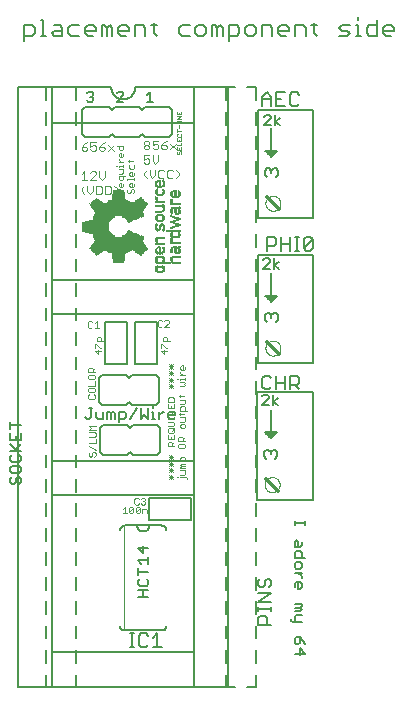
<source format=gbr>
G04 EAGLE Gerber RS-274X export*
G75*
%MOMM*%
%FSLAX34Y34*%
%LPD*%
%INSilkscreen Top*%
%IPPOS*%
%AMOC8*
5,1,8,0,0,1.08239X$1,22.5*%
G01*
%ADD10C,0.076200*%
%ADD11C,0.127000*%
%ADD12C,0.101600*%
%ADD13C,0.177800*%
%ADD14C,0.050800*%
%ADD15C,0.152400*%
%ADD16R,0.055881X0.167641*%
%ADD17R,0.055881X0.167637*%
%ADD18R,0.055881X0.335278*%
%ADD19R,0.055881X0.223522*%
%ADD20R,0.055881X0.279400*%
%ADD21R,0.055881X0.335281*%
%ADD22R,0.055878X0.167641*%
%ADD23R,0.055878X0.167637*%
%ADD24R,0.055878X0.614681*%
%ADD25R,0.055878X0.223522*%
%ADD26R,0.055878X0.502919*%
%ADD27R,0.055881X0.670559*%
%ADD28R,0.055881X0.614681*%
%ADD29R,0.055881X0.223519*%
%ADD30R,0.055878X0.279400*%
%ADD31R,0.055878X0.670559*%
%ADD32R,0.055881X0.111759*%
%ADD33R,0.055881X0.558800*%
%ADD34R,0.055878X0.223519*%
%ADD35R,0.055878X0.335281*%
%ADD36R,0.055881X0.502919*%
%ADD37R,0.055881X0.447038*%
%ADD38R,0.055881X0.614678*%
%ADD39R,0.055881X0.447041*%
%ADD40R,0.055878X0.391159*%
%ADD41R,0.055878X0.335278*%
%ADD42R,0.055878X0.447041*%
%ADD43R,0.055878X0.558800*%
%ADD44R,0.055878X0.502922*%
%ADD45R,0.055881X0.055881*%
%ADD46R,0.055881X0.055878*%
%ADD47R,0.055881X0.726441*%
%ADD48R,0.055878X0.726441*%
%ADD49R,0.055878X0.055881*%
%ADD50R,0.055881X0.502922*%
%ADD51R,0.055881X0.391159*%
%ADD52R,0.055881X0.838200*%
%ADD53R,0.055881X0.111763*%
%ADD54R,0.055878X1.005841*%
%ADD55R,0.055878X1.005837*%
%ADD56R,0.055881X1.508759*%
%ADD57R,0.055881X1.620519*%
%ADD58R,0.055881X1.620522*%
%ADD59R,0.055878X1.676400*%
%ADD60R,0.055881X1.676400*%
%ADD61R,0.055878X1.732281*%
%ADD62R,0.055878X1.732278*%
%ADD63R,0.055878X1.620519*%
%ADD64R,0.055878X1.620522*%
%ADD65R,0.055881X1.564641*%
%ADD66R,0.055878X1.564641*%
%ADD67R,0.055881X1.564638*%
%ADD68R,0.055878X1.564638*%
%ADD69R,0.055881X1.732281*%
%ADD70R,0.055881X1.788159*%
%ADD71R,0.055881X1.788163*%
%ADD72R,0.055881X1.844041*%
%ADD73R,0.055878X1.844041*%
%ADD74R,0.055878X1.899922*%
%ADD75R,0.055878X1.899919*%
%ADD76R,0.055881X2.123441*%
%ADD77R,0.055881X2.123438*%
%ADD78R,0.055878X2.291078*%
%ADD79R,0.055878X2.291081*%
%ADD80R,0.055881X2.291078*%
%ADD81R,0.055881X2.291081*%
%ADD82R,0.055878X2.235200*%
%ADD83R,0.055881X2.235200*%
%ADD84R,0.055878X2.346959*%
%ADD85R,0.055881X2.011681*%
%ADD86R,0.055881X2.011678*%
%ADD87R,0.055881X1.955800*%
%ADD88R,0.055878X4.246881*%
%ADD89R,0.055881X4.246881*%
%ADD90R,0.055878X4.135119*%
%ADD91R,0.055881X4.135119*%
%ADD92R,0.055878X4.023359*%
%ADD93R,0.055881X4.023359*%
%ADD94R,0.055878X4.358641*%
%ADD95R,0.055881X4.470400*%
%ADD96R,0.055878X4.470400*%
%ADD97R,0.055881X4.582159*%
%ADD98R,0.055881X4.693919*%
%ADD99R,0.055878X4.805681*%
%ADD100R,0.055881X4.805681*%
%ADD101R,0.055878X4.917441*%
%ADD102R,0.055881X4.917441*%
%ADD103R,0.055878X4.693919*%
%ADD104R,0.055881X1.061722*%
%ADD105R,0.055881X1.061719*%
%ADD106R,0.055878X0.894078*%
%ADD107R,0.055878X1.788159*%
%ADD108R,0.055878X0.894081*%
%ADD109R,0.055881X0.782322*%
%ADD110R,0.055881X0.782319*%
%ADD111R,0.055881X1.229359*%
%ADD112R,0.055878X1.117600*%
%ADD113R,0.055881X1.117600*%
%ADD114R,0.055881X1.005841*%
%ADD115R,0.055881X0.894081*%
%ADD116C,0.304800*%


D10*
X78994Y285625D02*
X73655Y285625D01*
X76325Y282956D01*
X76325Y286515D01*
X73655Y288569D02*
X73655Y292128D01*
X74545Y292128D01*
X78104Y288569D01*
X78994Y288569D01*
X80774Y294182D02*
X75435Y294182D01*
X75435Y296851D01*
X76325Y297741D01*
X78104Y297741D01*
X78994Y296851D01*
X78994Y294182D01*
X129535Y285625D02*
X134874Y285625D01*
X132205Y282956D02*
X129535Y285625D01*
X132205Y286515D02*
X132205Y282956D01*
X129535Y288569D02*
X129535Y292128D01*
X130425Y292128D01*
X133984Y288569D01*
X134874Y288569D01*
X136654Y294182D02*
X131315Y294182D01*
X131315Y296851D01*
X132205Y297741D01*
X133984Y297741D01*
X134874Y296851D01*
X134874Y294182D01*
D11*
X118745Y77470D02*
X109847Y77470D01*
X114296Y77470D02*
X114296Y83402D01*
X109847Y83402D02*
X118745Y83402D01*
X109847Y91274D02*
X111330Y92757D01*
X109847Y91274D02*
X109847Y88308D01*
X111330Y86825D01*
X117262Y86825D01*
X118745Y88308D01*
X118745Y91274D01*
X117262Y92757D01*
X118745Y99146D02*
X109847Y99146D01*
X109847Y96180D02*
X109847Y102112D01*
X112813Y105536D02*
X109847Y108501D01*
X118745Y108501D01*
X118745Y105536D02*
X118745Y111467D01*
X118745Y119340D02*
X109847Y119340D01*
X114296Y114891D01*
X114296Y120822D01*
D10*
X96901Y151895D02*
X98681Y153675D01*
X98681Y148336D01*
X100460Y148336D02*
X96901Y148336D01*
X102514Y149226D02*
X102514Y152785D01*
X103404Y153675D01*
X105183Y153675D01*
X106073Y152785D01*
X106073Y149226D01*
X105183Y148336D01*
X103404Y148336D01*
X102514Y149226D01*
X106073Y152785D01*
X108127Y152785D02*
X108127Y149226D01*
X108127Y152785D02*
X109017Y153675D01*
X110796Y153675D01*
X111686Y152785D01*
X111686Y149226D01*
X110796Y148336D01*
X109017Y148336D01*
X108127Y149226D01*
X111686Y152785D01*
X113740Y151895D02*
X113740Y148336D01*
X113740Y151895D02*
X116410Y151895D01*
X117299Y151005D01*
X117299Y148336D01*
D11*
X216535Y476885D02*
X222467Y476885D01*
X216535Y476885D02*
X222467Y482817D01*
X222467Y484300D01*
X220984Y485783D01*
X218018Y485783D01*
X216535Y484300D01*
X225890Y485783D02*
X225890Y476885D01*
X225890Y479851D02*
X230339Y476885D01*
X225890Y479851D02*
X230339Y482817D01*
X221826Y355600D02*
X215894Y355600D01*
X221826Y361532D01*
X221826Y363015D01*
X220343Y364498D01*
X217377Y364498D01*
X215894Y363015D01*
X225249Y364498D02*
X225249Y355600D01*
X225249Y358566D02*
X229698Y355600D01*
X225249Y358566D02*
X229698Y361532D01*
X220562Y240030D02*
X214630Y240030D01*
X220562Y245962D01*
X220562Y247445D01*
X219079Y248928D01*
X216113Y248928D01*
X214630Y247445D01*
X223985Y248928D02*
X223985Y240030D01*
X223985Y242996D02*
X228434Y240030D01*
X223985Y242996D02*
X228434Y245962D01*
D12*
X66848Y462413D02*
X64476Y461227D01*
X62103Y458854D01*
X62103Y456481D01*
X63289Y455295D01*
X65662Y455295D01*
X66848Y456481D01*
X66848Y457668D01*
X65662Y458854D01*
X62103Y458854D01*
X69587Y462413D02*
X74333Y462413D01*
X69587Y462413D02*
X69587Y458854D01*
X71960Y460040D01*
X73146Y460040D01*
X74333Y458854D01*
X74333Y456481D01*
X73146Y455295D01*
X70774Y455295D01*
X69587Y456481D01*
X79444Y461227D02*
X81817Y462413D01*
X79444Y461227D02*
X77071Y458854D01*
X77071Y456481D01*
X78258Y455295D01*
X80630Y455295D01*
X81817Y456481D01*
X81817Y457668D01*
X80630Y458854D01*
X77071Y458854D01*
X84555Y460040D02*
X89301Y455295D01*
X89301Y460040D02*
X84555Y455295D01*
X64476Y438029D02*
X62103Y435656D01*
X64476Y438029D02*
X64476Y430911D01*
X66848Y430911D02*
X62103Y430911D01*
X69587Y430911D02*
X74333Y430911D01*
X74333Y435656D02*
X69587Y430911D01*
X74333Y435656D02*
X74333Y436843D01*
X73146Y438029D01*
X70774Y438029D01*
X69587Y436843D01*
X77071Y438029D02*
X77071Y433284D01*
X79444Y430911D01*
X81817Y433284D01*
X81817Y438029D01*
X64476Y418719D02*
X62103Y421092D01*
X62103Y423464D01*
X64476Y425837D01*
X67092Y425837D02*
X67092Y421092D01*
X69465Y418719D01*
X71838Y421092D01*
X71838Y425837D01*
X74577Y425837D02*
X74577Y418719D01*
X78136Y418719D01*
X79322Y419905D01*
X79322Y424651D01*
X78136Y425837D01*
X74577Y425837D01*
X82061Y425837D02*
X82061Y418719D01*
X85620Y418719D01*
X86806Y419905D01*
X86806Y424651D01*
X85620Y425837D01*
X82061Y425837D01*
X89545Y418719D02*
X91918Y421092D01*
X91918Y423464D01*
X89545Y425837D01*
X114808Y462497D02*
X115994Y463683D01*
X118367Y463683D01*
X119553Y462497D01*
X119553Y461310D01*
X118367Y460124D01*
X119553Y458938D01*
X119553Y457751D01*
X118367Y456565D01*
X115994Y456565D01*
X114808Y457751D01*
X114808Y458938D01*
X115994Y460124D01*
X114808Y461310D01*
X114808Y462497D01*
X115994Y460124D02*
X118367Y460124D01*
X122292Y463683D02*
X127038Y463683D01*
X122292Y463683D02*
X122292Y460124D01*
X124665Y461310D01*
X125851Y461310D01*
X127038Y460124D01*
X127038Y457751D01*
X125851Y456565D01*
X123479Y456565D01*
X122292Y457751D01*
X132149Y462497D02*
X134522Y463683D01*
X132149Y462497D02*
X129776Y460124D01*
X129776Y457751D01*
X130963Y456565D01*
X133335Y456565D01*
X134522Y457751D01*
X134522Y458938D01*
X133335Y460124D01*
X129776Y460124D01*
X137260Y461310D02*
X142006Y456565D01*
X142006Y461310D02*
X137260Y456565D01*
X119553Y451491D02*
X114808Y451491D01*
X114808Y447932D01*
X117181Y449118D01*
X118367Y449118D01*
X119553Y447932D01*
X119553Y445559D01*
X118367Y444373D01*
X115994Y444373D01*
X114808Y445559D01*
X122292Y446746D02*
X122292Y451491D01*
X122292Y446746D02*
X124665Y444373D01*
X127038Y446746D01*
X127038Y451491D01*
X114808Y434554D02*
X117181Y432181D01*
X114808Y434554D02*
X114808Y436926D01*
X117181Y439299D01*
X119797Y439299D02*
X119797Y434554D01*
X122170Y432181D01*
X124543Y434554D01*
X124543Y439299D01*
X130841Y439299D02*
X132027Y438113D01*
X130841Y439299D02*
X128468Y439299D01*
X127282Y438113D01*
X127282Y433367D01*
X128468Y432181D01*
X130841Y432181D01*
X132027Y433367D01*
X138325Y439299D02*
X139511Y438113D01*
X138325Y439299D02*
X135952Y439299D01*
X134766Y438113D01*
X134766Y433367D01*
X135952Y432181D01*
X138325Y432181D01*
X139511Y433367D01*
X142250Y432181D02*
X144623Y434554D01*
X144623Y436926D01*
X142250Y439299D01*
D11*
X65405Y230083D02*
X66888Y228600D01*
X68371Y228600D01*
X69854Y230083D01*
X69854Y237498D01*
X68371Y237498D02*
X71337Y237498D01*
X74760Y234532D02*
X74760Y230083D01*
X76243Y228600D01*
X80692Y228600D01*
X80692Y234532D01*
X84115Y234532D02*
X84115Y228600D01*
X84115Y234532D02*
X85598Y234532D01*
X87081Y233049D01*
X87081Y228600D01*
X87081Y233049D02*
X88564Y234532D01*
X90047Y233049D01*
X90047Y228600D01*
X93471Y225634D02*
X93471Y234532D01*
X97919Y234532D01*
X99402Y233049D01*
X99402Y230083D01*
X97919Y228600D01*
X93471Y228600D01*
X102826Y228600D02*
X108757Y237498D01*
X112181Y237498D02*
X112181Y228600D01*
X115147Y231566D01*
X118113Y228600D01*
X118113Y237498D01*
X121536Y234532D02*
X123019Y234532D01*
X123019Y228600D01*
X121536Y228600D02*
X124502Y228600D01*
X123019Y237498D02*
X123019Y238981D01*
X127773Y234532D02*
X127773Y228600D01*
X127773Y231566D02*
X130739Y234532D01*
X132222Y234532D01*
X137052Y228600D02*
X140018Y228600D01*
X137052Y228600D02*
X135569Y230083D01*
X135569Y233049D01*
X137052Y234532D01*
X140018Y234532D01*
X141501Y233049D01*
X141501Y231566D01*
X135569Y231566D01*
D10*
X139445Y181000D02*
X135886Y177441D01*
X139445Y177441D02*
X135886Y181000D01*
X137666Y181000D02*
X137666Y177441D01*
X139445Y179220D02*
X135886Y179220D01*
X135886Y183054D02*
X139445Y186613D01*
X139445Y183054D02*
X135886Y186613D01*
X137666Y186613D02*
X137666Y183054D01*
X139445Y184834D02*
X135886Y184834D01*
X135886Y188667D02*
X139445Y192226D01*
X139445Y188667D02*
X135886Y192226D01*
X137666Y192226D02*
X137666Y188667D01*
X139445Y190447D02*
X135886Y190447D01*
X135886Y194280D02*
X139445Y197839D01*
X139445Y194280D02*
X135886Y197839D01*
X137666Y197839D02*
X137666Y194280D01*
X139445Y196060D02*
X135886Y196060D01*
X134996Y205506D02*
X140335Y205506D01*
X134996Y205506D02*
X134996Y208176D01*
X135886Y209065D01*
X137666Y209065D01*
X138556Y208176D01*
X138556Y205506D01*
X138556Y207286D02*
X140335Y209065D01*
X134996Y211120D02*
X134996Y214679D01*
X134996Y211120D02*
X140335Y211120D01*
X140335Y214679D01*
X137666Y212899D02*
X137666Y211120D01*
X139445Y216733D02*
X135886Y216733D01*
X134996Y217622D01*
X134996Y219402D01*
X135886Y220292D01*
X139445Y220292D01*
X140335Y219402D01*
X140335Y217622D01*
X139445Y216733D01*
X138556Y218512D02*
X140335Y220292D01*
X139445Y222346D02*
X134996Y222346D01*
X139445Y222346D02*
X140335Y223235D01*
X140335Y225015D01*
X139445Y225905D01*
X134996Y225905D01*
X140335Y227959D02*
X140335Y229738D01*
X140335Y228849D02*
X134996Y228849D01*
X134996Y229738D02*
X134996Y227959D01*
X134996Y231701D02*
X140335Y231701D01*
X134996Y231701D02*
X134996Y234370D01*
X135886Y235260D01*
X137666Y235260D01*
X138556Y234370D01*
X138556Y231701D01*
X138556Y233480D02*
X140335Y235260D01*
X134996Y237314D02*
X134996Y240873D01*
X134996Y237314D02*
X140335Y237314D01*
X140335Y240873D01*
X137666Y239093D02*
X137666Y237314D01*
X134996Y242927D02*
X140335Y242927D01*
X140335Y245596D01*
X139445Y246486D01*
X135886Y246486D01*
X134996Y245596D01*
X134996Y242927D01*
X135886Y254153D02*
X139445Y257712D01*
X139445Y254153D02*
X135886Y257712D01*
X137666Y257712D02*
X137666Y254153D01*
X139445Y255933D02*
X135886Y255933D01*
X135886Y259766D02*
X139445Y263325D01*
X139445Y259766D02*
X135886Y263325D01*
X137666Y263325D02*
X137666Y259766D01*
X139445Y261546D02*
X135886Y261546D01*
X135886Y265379D02*
X139445Y268938D01*
X139445Y265379D02*
X135886Y268938D01*
X137666Y268938D02*
X137666Y265379D01*
X139445Y267159D02*
X135886Y267159D01*
X135886Y270993D02*
X139445Y274552D01*
X139445Y270993D02*
X135886Y274552D01*
X137666Y274552D02*
X137666Y270993D01*
X139445Y272772D02*
X135886Y272772D01*
X151259Y178331D02*
X151259Y177441D01*
X151259Y178331D02*
X150369Y179220D01*
X145920Y179220D01*
X144140Y179220D02*
X143251Y179220D01*
X145920Y181183D02*
X148589Y181183D01*
X149479Y182073D01*
X149479Y184742D01*
X145920Y184742D01*
X145920Y186796D02*
X149479Y186796D01*
X145920Y186796D02*
X145920Y187686D01*
X146810Y188576D01*
X149479Y188576D01*
X146810Y188576D02*
X145920Y189465D01*
X146810Y190355D01*
X149479Y190355D01*
X151259Y192409D02*
X145920Y192409D01*
X145920Y195078D01*
X146810Y195968D01*
X148589Y195968D01*
X149479Y195078D01*
X149479Y192409D01*
X144140Y204525D02*
X144140Y206305D01*
X144140Y204525D02*
X145030Y203635D01*
X148589Y203635D01*
X149479Y204525D01*
X149479Y206305D01*
X148589Y207194D01*
X145030Y207194D01*
X144140Y206305D01*
X144140Y209248D02*
X149479Y209248D01*
X144140Y209248D02*
X144140Y211918D01*
X145030Y212808D01*
X146810Y212808D01*
X147700Y211918D01*
X147700Y209248D01*
X147700Y211028D02*
X149479Y212808D01*
X149479Y221364D02*
X149479Y223144D01*
X148589Y224034D01*
X146810Y224034D01*
X145920Y223144D01*
X145920Y221364D01*
X146810Y220475D01*
X148589Y220475D01*
X149479Y221364D01*
X148589Y226088D02*
X145920Y226088D01*
X148589Y226088D02*
X149479Y226978D01*
X149479Y229647D01*
X145920Y229647D01*
X145030Y232591D02*
X148589Y232591D01*
X149479Y233480D01*
X145920Y233480D02*
X145920Y231701D01*
X145920Y235443D02*
X151259Y235443D01*
X145920Y235443D02*
X145920Y238112D01*
X146810Y239002D01*
X148589Y239002D01*
X149479Y238112D01*
X149479Y235443D01*
X148589Y241056D02*
X145920Y241056D01*
X148589Y241056D02*
X149479Y241946D01*
X149479Y244615D01*
X145920Y244615D01*
X145030Y247559D02*
X148589Y247559D01*
X149479Y248449D01*
X145920Y248449D02*
X145920Y246669D01*
X145920Y256024D02*
X148589Y256024D01*
X149479Y256914D01*
X148589Y257804D01*
X149479Y258694D01*
X148589Y259583D01*
X145920Y259583D01*
X145920Y261637D02*
X145920Y262527D01*
X149479Y262527D01*
X149479Y261637D02*
X149479Y263417D01*
X144140Y262527D02*
X143251Y262527D01*
X145920Y265379D02*
X149479Y265379D01*
X147700Y265379D02*
X145920Y267159D01*
X145920Y268049D01*
X149479Y270947D02*
X149479Y272726D01*
X149479Y270947D02*
X148589Y270057D01*
X146810Y270057D01*
X145920Y270947D01*
X145920Y272726D01*
X146810Y273616D01*
X147700Y273616D01*
X147700Y270057D01*
X97155Y419293D02*
X91816Y419293D01*
X91816Y421962D01*
X92706Y422852D01*
X94486Y422852D01*
X95376Y421962D01*
X95376Y419293D01*
X95376Y421072D02*
X97155Y422852D01*
X97155Y425795D02*
X97155Y427575D01*
X97155Y425795D02*
X96265Y424906D01*
X94486Y424906D01*
X93596Y425795D01*
X93596Y427575D01*
X94486Y428465D01*
X95376Y428465D01*
X95376Y424906D01*
X93596Y434078D02*
X98935Y434078D01*
X93596Y434078D02*
X93596Y431408D01*
X94486Y430519D01*
X96265Y430519D01*
X97155Y431408D01*
X97155Y434078D01*
X96265Y436132D02*
X93596Y436132D01*
X96265Y436132D02*
X97155Y437022D01*
X97155Y439691D01*
X93596Y439691D01*
X93596Y441745D02*
X93596Y442635D01*
X97155Y442635D01*
X97155Y443524D02*
X97155Y441745D01*
X91816Y442635D02*
X90927Y442635D01*
X93596Y445487D02*
X97155Y445487D01*
X95376Y445487D02*
X93596Y447266D01*
X93596Y448156D01*
X97155Y451054D02*
X97155Y452834D01*
X97155Y451054D02*
X96265Y450165D01*
X94486Y450165D01*
X93596Y451054D01*
X93596Y452834D01*
X94486Y453724D01*
X95376Y453724D01*
X95376Y450165D01*
X97155Y459337D02*
X91816Y459337D01*
X97155Y459337D02*
X97155Y456667D01*
X96265Y455778D01*
X94486Y455778D01*
X93596Y456667D01*
X93596Y459337D01*
X100960Y396840D02*
X104520Y396840D01*
X106299Y398620D01*
X104520Y400399D01*
X100960Y400399D01*
X100960Y402453D02*
X106299Y402453D01*
X106299Y405123D01*
X105409Y406012D01*
X101850Y406012D01*
X100960Y405123D01*
X100960Y402453D01*
X100960Y408066D02*
X106299Y408066D01*
X106299Y410736D01*
X105409Y411625D01*
X101850Y411625D01*
X100960Y410736D01*
X100960Y408066D01*
X100960Y421962D02*
X101850Y422852D01*
X100960Y421962D02*
X100960Y420182D01*
X101850Y419293D01*
X102740Y419293D01*
X103630Y420182D01*
X103630Y421962D01*
X104520Y422852D01*
X105409Y422852D01*
X106299Y421962D01*
X106299Y420182D01*
X105409Y419293D01*
X106299Y425795D02*
X106299Y427575D01*
X106299Y425795D02*
X105409Y424906D01*
X103630Y424906D01*
X102740Y425795D01*
X102740Y427575D01*
X103630Y428465D01*
X104520Y428465D01*
X104520Y424906D01*
X100960Y430519D02*
X100960Y431408D01*
X106299Y431408D01*
X106299Y430519D02*
X106299Y432298D01*
X106299Y435151D02*
X106299Y436930D01*
X106299Y435151D02*
X105409Y434261D01*
X103630Y434261D01*
X102740Y435151D01*
X102740Y436930D01*
X103630Y437820D01*
X104520Y437820D01*
X104520Y434261D01*
X102740Y440764D02*
X102740Y443433D01*
X102740Y440764D02*
X103630Y439874D01*
X105409Y439874D01*
X106299Y440764D01*
X106299Y443433D01*
X105409Y446377D02*
X101850Y446377D01*
X105409Y446377D02*
X106299Y447266D01*
X102740Y447266D02*
X102740Y445487D01*
D11*
X3380Y179287D02*
X1897Y177804D01*
X1897Y174838D01*
X3380Y173355D01*
X4863Y173355D01*
X6346Y174838D01*
X6346Y177804D01*
X7829Y179287D01*
X9312Y179287D01*
X10795Y177804D01*
X10795Y174838D01*
X9312Y173355D01*
X1897Y184193D02*
X1897Y187159D01*
X1897Y184193D02*
X3380Y182710D01*
X9312Y182710D01*
X10795Y184193D01*
X10795Y187159D01*
X9312Y188642D01*
X3380Y188642D01*
X1897Y187159D01*
X1897Y196514D02*
X3380Y197997D01*
X1897Y196514D02*
X1897Y193548D01*
X3380Y192065D01*
X9312Y192065D01*
X10795Y193548D01*
X10795Y196514D01*
X9312Y197997D01*
X10795Y201421D02*
X1897Y201421D01*
X1897Y207352D02*
X7829Y201421D01*
X6346Y202903D02*
X10795Y207352D01*
X1897Y210776D02*
X1897Y216707D01*
X1897Y210776D02*
X10795Y210776D01*
X10795Y216707D01*
X6346Y213742D02*
X6346Y210776D01*
X10795Y223097D02*
X1897Y223097D01*
X1897Y220131D02*
X1897Y226063D01*
X242570Y141605D02*
X242570Y138639D01*
X242570Y140122D02*
X251468Y140122D01*
X251468Y141605D02*
X251468Y138639D01*
X248502Y124530D02*
X248502Y121564D01*
X247019Y120081D01*
X242570Y120081D01*
X242570Y124530D01*
X244053Y126013D01*
X245536Y124530D01*
X245536Y120081D01*
X242570Y110726D02*
X251468Y110726D01*
X242570Y110726D02*
X242570Y115175D01*
X244053Y116658D01*
X247019Y116658D01*
X248502Y115175D01*
X248502Y110726D01*
X242570Y105820D02*
X242570Y102854D01*
X244053Y101371D01*
X247019Y101371D01*
X248502Y102854D01*
X248502Y105820D01*
X247019Y107303D01*
X244053Y107303D01*
X242570Y105820D01*
X242570Y97947D02*
X248502Y97947D01*
X248502Y94982D02*
X245536Y97947D01*
X248502Y94982D02*
X248502Y93499D01*
X242570Y88669D02*
X242570Y85703D01*
X242570Y88669D02*
X244053Y90152D01*
X247019Y90152D01*
X248502Y88669D01*
X248502Y85703D01*
X247019Y84220D01*
X245536Y84220D01*
X245536Y90152D01*
X242570Y71441D02*
X248502Y71441D01*
X248502Y69958D01*
X247019Y68475D01*
X242570Y68475D01*
X247019Y68475D02*
X248502Y66992D01*
X247019Y65509D01*
X242570Y65509D01*
X244053Y62086D02*
X248502Y62086D01*
X244053Y62086D02*
X242570Y60603D01*
X242570Y56154D01*
X241087Y56154D02*
X248502Y56154D01*
X241087Y56154D02*
X239604Y57637D01*
X239604Y59120D01*
X249985Y40410D02*
X251468Y37444D01*
X249985Y40410D02*
X247019Y43376D01*
X244053Y43376D01*
X242570Y41893D01*
X242570Y38927D01*
X244053Y37444D01*
X245536Y37444D01*
X247019Y38927D01*
X247019Y43376D01*
X242570Y29572D02*
X251468Y29572D01*
X247019Y34020D01*
X247019Y28089D01*
X186338Y1000D02*
X186338Y509000D01*
X186338Y1000D02*
X37338Y1000D01*
X8338Y1000D01*
X8338Y509000D01*
X37338Y509000D01*
X87338Y509000D01*
X107338Y509000D02*
X157338Y509000D01*
X186338Y509000D01*
X107338Y509000D02*
X107335Y508756D01*
X107326Y508513D01*
X107311Y508270D01*
X107291Y508027D01*
X107264Y507785D01*
X107231Y507544D01*
X107193Y507304D01*
X107149Y507064D01*
X107099Y506826D01*
X107043Y506589D01*
X106981Y506353D01*
X106914Y506119D01*
X106841Y505887D01*
X106762Y505656D01*
X106678Y505428D01*
X106588Y505201D01*
X106493Y504977D01*
X106392Y504755D01*
X106286Y504536D01*
X106175Y504320D01*
X106058Y504106D01*
X105937Y503895D01*
X105810Y503687D01*
X105678Y503482D01*
X105541Y503281D01*
X105399Y503083D01*
X105253Y502888D01*
X105102Y502697D01*
X104946Y502510D01*
X104786Y502327D01*
X104621Y502147D01*
X104452Y501972D01*
X104279Y501801D01*
X104101Y501634D01*
X103920Y501472D01*
X103735Y501314D01*
X103546Y501160D01*
X103353Y501011D01*
X103157Y500867D01*
X102957Y500728D01*
X102754Y500593D01*
X102547Y500464D01*
X102338Y500340D01*
X102126Y500221D01*
X101910Y500107D01*
X101693Y499998D01*
X101472Y499895D01*
X101249Y499797D01*
X101024Y499704D01*
X100796Y499617D01*
X100567Y499536D01*
X100335Y499460D01*
X100102Y499390D01*
X99867Y499325D01*
X99631Y499266D01*
X99393Y499213D01*
X99154Y499166D01*
X98914Y499125D01*
X98673Y499090D01*
X98432Y499060D01*
X98189Y499036D01*
X97946Y499019D01*
X97703Y499007D01*
X97460Y499001D01*
X97216Y499001D01*
X96973Y499007D01*
X96730Y499019D01*
X96487Y499036D01*
X96244Y499060D01*
X96003Y499090D01*
X95762Y499125D01*
X95522Y499166D01*
X95283Y499213D01*
X95045Y499266D01*
X94809Y499325D01*
X94574Y499390D01*
X94341Y499460D01*
X94109Y499536D01*
X93880Y499617D01*
X93652Y499704D01*
X93427Y499797D01*
X93204Y499895D01*
X92983Y499998D01*
X92766Y500107D01*
X92550Y500221D01*
X92338Y500340D01*
X92129Y500464D01*
X91922Y500593D01*
X91719Y500728D01*
X91519Y500867D01*
X91323Y501011D01*
X91130Y501160D01*
X90941Y501314D01*
X90756Y501472D01*
X90575Y501634D01*
X90397Y501801D01*
X90224Y501972D01*
X90055Y502147D01*
X89890Y502327D01*
X89730Y502510D01*
X89574Y502697D01*
X89423Y502888D01*
X89277Y503083D01*
X89135Y503281D01*
X88998Y503482D01*
X88866Y503687D01*
X88739Y503895D01*
X88618Y504106D01*
X88501Y504320D01*
X88390Y504536D01*
X88284Y504755D01*
X88183Y504977D01*
X88088Y505201D01*
X87998Y505428D01*
X87914Y505656D01*
X87835Y505887D01*
X87762Y506119D01*
X87695Y506353D01*
X87633Y506589D01*
X87577Y506826D01*
X87527Y507064D01*
X87483Y507304D01*
X87445Y507544D01*
X87412Y507785D01*
X87385Y508027D01*
X87365Y508270D01*
X87350Y508513D01*
X87341Y508756D01*
X87338Y509000D01*
X157338Y509000D02*
X157338Y479000D01*
X157338Y346000D01*
X157338Y317000D01*
X157338Y193000D01*
X157338Y164000D01*
X157338Y31000D01*
X157338Y1000D01*
X37338Y479000D02*
X37338Y509000D01*
X37338Y479000D02*
X37338Y346000D01*
X37338Y317000D01*
X37338Y193000D01*
X37338Y164000D01*
X37338Y31000D01*
X37338Y1000D01*
X37338Y479000D02*
X157338Y479000D01*
X157338Y31000D02*
X37338Y31000D01*
X37338Y193000D02*
X157338Y193000D01*
X157338Y317000D02*
X37338Y317000D01*
X37338Y164000D02*
X157338Y164000D01*
X157338Y346000D02*
X37338Y346000D01*
X209733Y498280D02*
X209733Y509000D01*
X209733Y488280D02*
X209733Y477560D01*
X209733Y467560D02*
X209733Y456840D01*
X209733Y446840D02*
X209733Y436120D01*
X209733Y426120D02*
X209733Y415400D01*
X209733Y405400D02*
X209733Y394680D01*
X209733Y384680D02*
X209733Y373960D01*
X209733Y363960D02*
X209733Y353240D01*
X209733Y343240D02*
X209733Y332520D01*
X209733Y322520D02*
X209733Y311800D01*
X209733Y301800D02*
X209733Y291080D01*
X209733Y281080D02*
X209733Y270360D01*
X209733Y260360D02*
X209733Y249640D01*
X209733Y239640D02*
X209733Y228920D01*
X209733Y218920D02*
X209733Y208200D01*
X209733Y198200D02*
X209733Y187480D01*
X209733Y177480D02*
X209733Y166760D01*
X209733Y156760D02*
X209733Y146040D01*
X209733Y136040D02*
X209733Y125320D01*
X209733Y115320D02*
X209733Y104600D01*
X209733Y94600D02*
X209733Y83880D01*
X209733Y73880D02*
X209733Y63160D01*
X209733Y53160D02*
X209733Y42440D01*
X209733Y32440D02*
X209733Y21720D01*
X209733Y11720D02*
X209733Y1000D01*
X31833Y1000D02*
X31833Y11720D01*
X31833Y21720D02*
X31833Y32440D01*
X31833Y42440D02*
X31833Y53160D01*
X31833Y63160D02*
X31833Y73880D01*
X31833Y83880D02*
X31833Y94600D01*
X31833Y104600D02*
X31833Y115320D01*
X31833Y125320D02*
X31833Y136040D01*
X31833Y146040D02*
X31833Y156760D01*
X31833Y166760D02*
X31833Y177480D01*
X31833Y187480D02*
X31833Y198200D01*
X31833Y208200D02*
X31833Y218920D01*
X31833Y228920D02*
X31833Y239640D01*
X31833Y249640D02*
X31833Y260360D01*
X31833Y270360D02*
X31833Y281080D01*
X31833Y291080D02*
X31833Y301800D01*
X31833Y311800D02*
X31833Y322520D01*
X31833Y332520D02*
X31833Y343240D01*
X31833Y353240D02*
X31833Y363960D01*
X31833Y373960D02*
X31833Y384680D01*
X31833Y394680D02*
X31833Y405400D01*
X31833Y415400D02*
X31833Y426120D01*
X31833Y436120D02*
X31833Y446840D01*
X31833Y456840D02*
X31833Y467560D01*
X31833Y477560D02*
X31833Y488280D01*
X31833Y498280D02*
X31833Y509000D01*
X31933Y509000D02*
X39633Y509000D01*
X49633Y509000D02*
X57333Y509000D01*
X57333Y498280D01*
X57333Y488280D02*
X57333Y477560D01*
X57333Y467560D02*
X57333Y456840D01*
X57333Y446840D02*
X57333Y436120D01*
X57333Y426120D02*
X57333Y415400D01*
X57333Y405400D02*
X57333Y394680D01*
X57333Y384680D02*
X57333Y373960D01*
X57333Y363960D02*
X57333Y353240D01*
X57333Y343240D02*
X57333Y332520D01*
X57333Y322520D02*
X57333Y311800D01*
X57333Y301800D02*
X57333Y291080D01*
X57333Y281080D02*
X57333Y270360D01*
X57333Y260360D02*
X57333Y249640D01*
X57333Y239640D02*
X57333Y228920D01*
X57333Y218920D02*
X57333Y208200D01*
X57333Y198200D02*
X57333Y187480D01*
X57333Y177480D02*
X57333Y166760D01*
X57333Y156760D02*
X57333Y146040D01*
X57333Y136040D02*
X57333Y125320D01*
X57333Y115320D02*
X57333Y104600D01*
X57333Y94600D02*
X57333Y83880D01*
X57333Y73880D02*
X57333Y63160D01*
X57333Y53160D02*
X57333Y42440D01*
X57333Y32440D02*
X57333Y21720D01*
X57333Y11720D02*
X57333Y1000D01*
X49633Y1000D01*
X39633Y1000D02*
X31933Y1000D01*
X202033Y509000D02*
X209733Y509000D01*
X192033Y509000D02*
X184333Y509000D01*
X184333Y498280D01*
X184333Y488280D02*
X184333Y477560D01*
X184333Y467560D02*
X184333Y456840D01*
X184333Y446840D02*
X184333Y436120D01*
X184333Y426120D02*
X184333Y415400D01*
X184333Y405400D02*
X184333Y394680D01*
X184333Y384680D02*
X184333Y373960D01*
X184333Y363960D02*
X184333Y353240D01*
X184333Y343240D02*
X184333Y332520D01*
X184333Y322520D02*
X184333Y311800D01*
X184333Y301800D02*
X184333Y291080D01*
X184333Y281080D02*
X184333Y270360D01*
X184333Y260360D02*
X184333Y249640D01*
X184333Y239640D02*
X184333Y228920D01*
X184333Y218920D02*
X184333Y208200D01*
X184333Y198200D02*
X184333Y187480D01*
X184333Y177480D02*
X184333Y166760D01*
X184333Y156760D02*
X184333Y146040D01*
X184333Y136040D02*
X184333Y125320D01*
X184333Y115320D02*
X184333Y104600D01*
X184333Y94600D02*
X184333Y83880D01*
X184333Y73880D02*
X184333Y63160D01*
X184333Y53160D02*
X184333Y42440D01*
X184333Y32440D02*
X184333Y21720D01*
X184333Y11720D02*
X184333Y1000D01*
X192033Y1000D01*
X202033Y1000D02*
X209733Y1000D01*
D13*
X211669Y53777D02*
X222901Y53777D01*
X211669Y53777D02*
X211669Y59392D01*
X213541Y61264D01*
X217285Y61264D01*
X219157Y59392D01*
X219157Y53777D01*
X222901Y65747D02*
X222901Y69491D01*
X222901Y67619D02*
X211669Y67619D01*
X211669Y65747D02*
X211669Y69491D01*
X211669Y73727D02*
X222901Y73727D01*
X222901Y81215D02*
X211669Y73727D01*
X211669Y81215D02*
X222901Y81215D01*
X211669Y91313D02*
X213541Y93185D01*
X211669Y91313D02*
X211669Y87569D01*
X213541Y85697D01*
X215413Y85697D01*
X217285Y87569D01*
X217285Y91313D01*
X219157Y93185D01*
X221029Y93185D01*
X222901Y91313D01*
X222901Y87569D01*
X221029Y85697D01*
D11*
X81804Y274503D02*
X81804Y310063D01*
X100346Y310063D02*
X100346Y274503D01*
X100346Y310063D02*
X81804Y310063D01*
X81804Y274503D02*
X100346Y274503D01*
D14*
X71314Y310239D02*
X70382Y311171D01*
X68517Y311171D01*
X67585Y310239D01*
X67585Y306510D01*
X68517Y305578D01*
X70382Y305578D01*
X71314Y306510D01*
X73198Y309307D02*
X75063Y311171D01*
X75063Y305578D01*
X76927Y305578D02*
X73198Y305578D01*
D11*
X107204Y310063D02*
X107204Y274503D01*
X125746Y274503D02*
X125746Y310063D01*
X107204Y310063D01*
X107204Y274503D02*
X125746Y274503D01*
D14*
X130369Y310874D02*
X129437Y311806D01*
X127572Y311806D01*
X126640Y310874D01*
X126640Y307145D01*
X127572Y306213D01*
X129437Y306213D01*
X130369Y307145D01*
X132253Y306213D02*
X135982Y306213D01*
X132253Y306213D02*
X135982Y309942D01*
X135982Y310874D01*
X135050Y311806D01*
X133186Y311806D01*
X132253Y310874D01*
D15*
X94742Y53023D02*
X94744Y52901D01*
X94750Y52779D01*
X94760Y52657D01*
X94773Y52536D01*
X94791Y52415D01*
X94812Y52295D01*
X94838Y52175D01*
X94867Y52057D01*
X94899Y51939D01*
X94936Y51822D01*
X94976Y51707D01*
X95020Y51593D01*
X95068Y51481D01*
X95119Y51370D01*
X95174Y51261D01*
X95232Y51153D01*
X95294Y51048D01*
X95359Y50945D01*
X95427Y50843D01*
X95499Y50744D01*
X95573Y50648D01*
X95651Y50553D01*
X95732Y50462D01*
X95815Y50372D01*
X95901Y50286D01*
X95991Y50203D01*
X96082Y50122D01*
X96177Y50044D01*
X96273Y49970D01*
X96372Y49898D01*
X96474Y49830D01*
X96577Y49765D01*
X96682Y49703D01*
X96790Y49645D01*
X96899Y49590D01*
X97010Y49539D01*
X97122Y49491D01*
X97236Y49447D01*
X97351Y49407D01*
X97468Y49370D01*
X97586Y49338D01*
X97704Y49309D01*
X97824Y49283D01*
X97944Y49262D01*
X98065Y49244D01*
X98186Y49231D01*
X98308Y49221D01*
X98430Y49215D01*
X98552Y49213D01*
X133858Y134303D02*
X133856Y134425D01*
X133850Y134547D01*
X133840Y134669D01*
X133827Y134790D01*
X133809Y134911D01*
X133788Y135031D01*
X133762Y135151D01*
X133733Y135269D01*
X133701Y135387D01*
X133664Y135504D01*
X133624Y135619D01*
X133580Y135733D01*
X133532Y135845D01*
X133481Y135956D01*
X133426Y136065D01*
X133368Y136173D01*
X133306Y136278D01*
X133241Y136381D01*
X133173Y136483D01*
X133101Y136582D01*
X133027Y136678D01*
X132949Y136773D01*
X132868Y136864D01*
X132785Y136954D01*
X132699Y137040D01*
X132609Y137123D01*
X132518Y137204D01*
X132423Y137282D01*
X132327Y137356D01*
X132228Y137428D01*
X132126Y137496D01*
X132023Y137561D01*
X131918Y137623D01*
X131810Y137681D01*
X131701Y137736D01*
X131590Y137787D01*
X131478Y137835D01*
X131364Y137879D01*
X131249Y137919D01*
X131132Y137956D01*
X131014Y137988D01*
X130896Y138017D01*
X130776Y138043D01*
X130656Y138064D01*
X130535Y138082D01*
X130414Y138095D01*
X130292Y138105D01*
X130170Y138111D01*
X130048Y138113D01*
X133858Y53023D02*
X133856Y52901D01*
X133850Y52779D01*
X133840Y52657D01*
X133827Y52536D01*
X133809Y52415D01*
X133788Y52295D01*
X133762Y52175D01*
X133733Y52057D01*
X133701Y51939D01*
X133664Y51822D01*
X133624Y51707D01*
X133580Y51593D01*
X133532Y51481D01*
X133481Y51370D01*
X133426Y51261D01*
X133368Y51153D01*
X133306Y51048D01*
X133241Y50945D01*
X133173Y50843D01*
X133101Y50744D01*
X133027Y50648D01*
X132949Y50553D01*
X132868Y50462D01*
X132785Y50372D01*
X132699Y50286D01*
X132609Y50203D01*
X132518Y50122D01*
X132423Y50044D01*
X132327Y49970D01*
X132228Y49898D01*
X132126Y49830D01*
X132023Y49765D01*
X131918Y49703D01*
X131810Y49645D01*
X131701Y49590D01*
X131590Y49539D01*
X131478Y49491D01*
X131364Y49447D01*
X131249Y49407D01*
X131132Y49370D01*
X131014Y49338D01*
X130896Y49309D01*
X130776Y49283D01*
X130656Y49262D01*
X130535Y49244D01*
X130414Y49231D01*
X130292Y49221D01*
X130170Y49215D01*
X130048Y49213D01*
X94742Y134303D02*
X94744Y134425D01*
X94750Y134547D01*
X94760Y134669D01*
X94773Y134790D01*
X94791Y134911D01*
X94812Y135031D01*
X94838Y135151D01*
X94867Y135269D01*
X94899Y135387D01*
X94936Y135504D01*
X94976Y135619D01*
X95020Y135733D01*
X95068Y135845D01*
X95119Y135956D01*
X95174Y136065D01*
X95232Y136173D01*
X95294Y136278D01*
X95359Y136381D01*
X95427Y136483D01*
X95499Y136582D01*
X95573Y136678D01*
X95651Y136773D01*
X95732Y136864D01*
X95815Y136954D01*
X95901Y137040D01*
X95991Y137123D01*
X96082Y137204D01*
X96177Y137282D01*
X96273Y137356D01*
X96372Y137428D01*
X96474Y137496D01*
X96577Y137561D01*
X96682Y137623D01*
X96790Y137681D01*
X96899Y137736D01*
X97010Y137787D01*
X97122Y137835D01*
X97236Y137879D01*
X97351Y137919D01*
X97468Y137956D01*
X97586Y137988D01*
X97704Y138017D01*
X97824Y138043D01*
X97944Y138064D01*
X98065Y138082D01*
X98186Y138095D01*
X98308Y138105D01*
X98430Y138111D01*
X98552Y138113D01*
X98552Y49213D02*
X130048Y49213D01*
X130048Y138113D02*
X119380Y138113D01*
X109220Y138113D01*
X98552Y138113D01*
X109220Y138113D02*
X109222Y137972D01*
X109228Y137831D01*
X109238Y137690D01*
X109251Y137549D01*
X109269Y137409D01*
X109291Y137270D01*
X109316Y137131D01*
X109345Y136992D01*
X109378Y136855D01*
X109415Y136719D01*
X109456Y136584D01*
X109500Y136449D01*
X109548Y136317D01*
X109600Y136185D01*
X109655Y136055D01*
X109714Y135927D01*
X109777Y135800D01*
X109843Y135676D01*
X109912Y135553D01*
X109985Y135432D01*
X110061Y135313D01*
X110141Y135196D01*
X110224Y135082D01*
X110309Y134969D01*
X110398Y134860D01*
X110490Y134752D01*
X110585Y134648D01*
X110683Y134546D01*
X110784Y134447D01*
X110887Y134350D01*
X110993Y134257D01*
X111101Y134167D01*
X111212Y134079D01*
X111325Y133995D01*
X111441Y133914D01*
X111559Y133836D01*
X111679Y133761D01*
X111801Y133690D01*
X111925Y133622D01*
X112051Y133558D01*
X112178Y133497D01*
X112307Y133440D01*
X112438Y133387D01*
X112570Y133337D01*
X112703Y133290D01*
X112838Y133248D01*
X112974Y133209D01*
X113111Y133174D01*
X113248Y133143D01*
X113387Y133116D01*
X113526Y133092D01*
X113666Y133073D01*
X113806Y133057D01*
X113947Y133045D01*
X114088Y133037D01*
X114229Y133033D01*
X114371Y133033D01*
X114512Y133037D01*
X114653Y133045D01*
X114794Y133057D01*
X114934Y133073D01*
X115074Y133092D01*
X115213Y133116D01*
X115352Y133143D01*
X115489Y133174D01*
X115626Y133209D01*
X115762Y133248D01*
X115897Y133290D01*
X116030Y133337D01*
X116162Y133387D01*
X116293Y133440D01*
X116422Y133497D01*
X116549Y133558D01*
X116675Y133622D01*
X116799Y133690D01*
X116921Y133761D01*
X117041Y133836D01*
X117159Y133914D01*
X117275Y133995D01*
X117388Y134079D01*
X117499Y134167D01*
X117607Y134257D01*
X117713Y134350D01*
X117816Y134447D01*
X117917Y134546D01*
X118015Y134648D01*
X118110Y134752D01*
X118202Y134860D01*
X118291Y134969D01*
X118376Y135082D01*
X118459Y135196D01*
X118539Y135313D01*
X118615Y135432D01*
X118688Y135553D01*
X118757Y135676D01*
X118823Y135800D01*
X118886Y135927D01*
X118945Y136055D01*
X119000Y136185D01*
X119052Y136317D01*
X119100Y136449D01*
X119144Y136584D01*
X119185Y136719D01*
X119222Y136855D01*
X119255Y136992D01*
X119284Y137131D01*
X119309Y137270D01*
X119331Y137409D01*
X119349Y137549D01*
X119362Y137690D01*
X119372Y137831D01*
X119378Y137972D01*
X119380Y138113D01*
D14*
X98298Y138113D02*
X98298Y49213D01*
D11*
X102870Y35243D02*
X106683Y35243D01*
X104777Y35243D02*
X104777Y46682D01*
X106683Y46682D02*
X102870Y46682D01*
X116386Y46682D02*
X118292Y44776D01*
X116386Y46682D02*
X112573Y46682D01*
X110666Y44776D01*
X110666Y37149D01*
X112573Y35243D01*
X116386Y35243D01*
X118292Y37149D01*
X122360Y42869D02*
X126173Y46682D01*
X126173Y35243D01*
X122360Y35243D02*
X129986Y35243D01*
D13*
X13589Y548213D02*
X13589Y561686D01*
X20326Y561686D01*
X22571Y559441D01*
X22571Y554950D01*
X20326Y552704D01*
X13589Y552704D01*
X27622Y566178D02*
X29867Y566178D01*
X29867Y552704D01*
X27622Y552704D02*
X32113Y552704D01*
X39223Y561686D02*
X43714Y561686D01*
X45959Y559441D01*
X45959Y552704D01*
X39223Y552704D01*
X36977Y554950D01*
X39223Y557195D01*
X45959Y557195D01*
X53255Y561686D02*
X59992Y561686D01*
X53255Y561686D02*
X51010Y559441D01*
X51010Y554950D01*
X53255Y552704D01*
X59992Y552704D01*
X67288Y552704D02*
X71779Y552704D01*
X67288Y552704D02*
X65043Y554950D01*
X65043Y559441D01*
X67288Y561686D01*
X71779Y561686D01*
X74025Y559441D01*
X74025Y557195D01*
X65043Y557195D01*
X79075Y552704D02*
X79075Y561686D01*
X81321Y561686D01*
X83566Y559441D01*
X83566Y552704D01*
X83566Y559441D02*
X85812Y561686D01*
X88058Y559441D01*
X88058Y552704D01*
X95354Y552704D02*
X99845Y552704D01*
X95354Y552704D02*
X93108Y554950D01*
X93108Y559441D01*
X95354Y561686D01*
X99845Y561686D01*
X102090Y559441D01*
X102090Y557195D01*
X93108Y557195D01*
X107141Y552704D02*
X107141Y561686D01*
X113878Y561686D01*
X116123Y559441D01*
X116123Y552704D01*
X123419Y554950D02*
X123419Y563932D01*
X123419Y554950D02*
X125665Y552704D01*
X125665Y561686D02*
X121174Y561686D01*
X146807Y561686D02*
X153544Y561686D01*
X146807Y561686D02*
X144562Y559441D01*
X144562Y554950D01*
X146807Y552704D01*
X153544Y552704D01*
X160840Y552704D02*
X165331Y552704D01*
X167577Y554950D01*
X167577Y559441D01*
X165331Y561686D01*
X160840Y561686D01*
X158594Y559441D01*
X158594Y554950D01*
X160840Y552704D01*
X172627Y552704D02*
X172627Y561686D01*
X174873Y561686D01*
X177118Y559441D01*
X177118Y552704D01*
X177118Y559441D02*
X179364Y561686D01*
X181610Y559441D01*
X181610Y552704D01*
X186660Y548213D02*
X186660Y561686D01*
X193397Y561686D01*
X195642Y559441D01*
X195642Y554950D01*
X193397Y552704D01*
X186660Y552704D01*
X202938Y552704D02*
X207430Y552704D01*
X209675Y554950D01*
X209675Y559441D01*
X207430Y561686D01*
X202938Y561686D01*
X200693Y559441D01*
X200693Y554950D01*
X202938Y552704D01*
X214726Y552704D02*
X214726Y561686D01*
X221462Y561686D01*
X223708Y559441D01*
X223708Y552704D01*
X231004Y552704D02*
X235495Y552704D01*
X231004Y552704D02*
X228758Y554950D01*
X228758Y559441D01*
X231004Y561686D01*
X235495Y561686D01*
X237741Y559441D01*
X237741Y557195D01*
X228758Y557195D01*
X242791Y552704D02*
X242791Y561686D01*
X249528Y561686D01*
X251773Y559441D01*
X251773Y552704D01*
X259069Y554950D02*
X259069Y563932D01*
X259069Y554950D02*
X261315Y552704D01*
X261315Y561686D02*
X256824Y561686D01*
X280212Y552704D02*
X286949Y552704D01*
X289194Y554950D01*
X286949Y557195D01*
X282457Y557195D01*
X280212Y559441D01*
X282457Y561686D01*
X289194Y561686D01*
X294245Y561686D02*
X296490Y561686D01*
X296490Y552704D01*
X294245Y552704D02*
X298736Y552704D01*
X296490Y566178D02*
X296490Y568423D01*
X312582Y566178D02*
X312582Y552704D01*
X305845Y552704D01*
X303600Y554950D01*
X303600Y559441D01*
X305845Y561686D01*
X312582Y561686D01*
X319878Y552704D02*
X324369Y552704D01*
X319878Y552704D02*
X317633Y554950D01*
X317633Y559441D01*
X319878Y561686D01*
X324369Y561686D01*
X326615Y559441D01*
X326615Y557195D01*
X317633Y557195D01*
D11*
X154940Y161036D02*
X119380Y161036D01*
X119380Y142494D02*
X154940Y142494D01*
X154940Y161036D01*
X119380Y161036D02*
X119380Y142494D01*
D14*
X110663Y160490D02*
X109730Y161422D01*
X107866Y161422D01*
X106934Y160490D01*
X106934Y156761D01*
X107866Y155829D01*
X109730Y155829D01*
X110663Y156761D01*
X112547Y160490D02*
X113479Y161422D01*
X115343Y161422D01*
X116276Y160490D01*
X116276Y159558D01*
X115343Y158625D01*
X114411Y158625D01*
X115343Y158625D02*
X116276Y157693D01*
X116276Y156761D01*
X115343Y155829D01*
X113479Y155829D01*
X112547Y156761D01*
D16*
X146050Y360731D03*
D17*
X146050Y365760D03*
D18*
X146050Y370510D03*
D16*
X146050Y373583D03*
D17*
X146050Y376936D03*
D19*
X146050Y384480D03*
D16*
X146050Y387553D03*
X146050Y392582D03*
X146050Y397612D03*
D20*
X146050Y403758D03*
D19*
X146050Y406832D03*
D17*
X146050Y410464D03*
D21*
X146050Y418567D03*
D22*
X145491Y360731D03*
D23*
X145491Y365760D03*
D24*
X145491Y371348D03*
D23*
X145491Y376936D03*
D24*
X145491Y385318D03*
D22*
X145491Y392582D03*
D25*
X145491Y397332D03*
D24*
X145491Y404876D03*
D23*
X145491Y410464D03*
D26*
X145491Y418846D03*
D16*
X144932Y360731D03*
D17*
X144932Y365760D03*
D27*
X144932Y371069D03*
D17*
X144932Y376936D03*
D28*
X144932Y385318D03*
D29*
X144932Y392303D03*
D19*
X144932Y397332D03*
D27*
X144932Y404597D03*
D17*
X144932Y410464D03*
D28*
X144932Y418846D03*
D16*
X144374Y360731D03*
D17*
X144374Y365760D03*
X144374Y368554D03*
D19*
X144374Y373304D03*
D17*
X144374Y376936D03*
D29*
X144374Y382803D03*
D20*
X144374Y386994D03*
X144374Y392582D03*
X144374Y397612D03*
D17*
X144374Y402082D03*
D19*
X144374Y406832D03*
D17*
X144374Y410464D03*
D29*
X144374Y416331D03*
D16*
X144374Y420522D03*
D22*
X143815Y360731D03*
D23*
X143815Y365760D03*
X143815Y368554D03*
D25*
X143815Y373304D03*
D23*
X143815Y376936D03*
X143815Y382524D03*
D25*
X143815Y387274D03*
D30*
X143815Y392582D03*
X143815Y397612D03*
D22*
X143815Y401523D03*
D25*
X143815Y406832D03*
D23*
X143815Y410464D03*
X143815Y416052D03*
D16*
X143256Y360731D03*
D17*
X143256Y365760D03*
X143256Y368554D03*
D16*
X143256Y373583D03*
D17*
X143256Y376936D03*
X143256Y382524D03*
D16*
X143256Y387553D03*
D21*
X143256Y392303D03*
D18*
X143256Y397332D03*
D29*
X143256Y401803D03*
D19*
X143256Y406832D03*
D17*
X143256Y410464D03*
X143256Y416052D03*
D22*
X142697Y360731D03*
D23*
X142697Y365760D03*
D31*
X142697Y371069D03*
D23*
X142697Y376936D03*
X142697Y382524D03*
D22*
X142697Y387553D03*
X142697Y391465D03*
D23*
X142697Y393700D03*
X142697Y396494D03*
D22*
X142697Y398729D03*
D31*
X142697Y404597D03*
D23*
X142697Y410464D03*
D31*
X142697Y418567D03*
D16*
X142138Y360731D03*
D17*
X142138Y365760D03*
D28*
X142138Y371348D03*
D17*
X142138Y376936D03*
X142138Y382524D03*
D16*
X142138Y387553D03*
X142138Y391465D03*
D17*
X142138Y393700D03*
D32*
X142138Y396215D03*
D16*
X142138Y398729D03*
D27*
X142138Y404597D03*
D17*
X142138Y410464D03*
D27*
X142138Y418567D03*
D16*
X141580Y360731D03*
D17*
X141580Y365760D03*
D33*
X141580Y371627D03*
D17*
X141580Y376936D03*
X141580Y382524D03*
D16*
X141580Y387553D03*
D17*
X141580Y390906D03*
D32*
X141580Y393979D03*
D16*
X141580Y395935D03*
X141580Y398729D03*
D33*
X141580Y405155D03*
D17*
X141580Y410464D03*
D27*
X141580Y418567D03*
D22*
X141021Y360731D03*
D34*
X141021Y365481D03*
D22*
X141021Y373583D03*
D23*
X141021Y376936D03*
X141021Y382524D03*
D22*
X141021Y387553D03*
D23*
X141021Y390906D03*
D35*
X141021Y395097D03*
D23*
X141021Y399288D03*
D25*
X141021Y406832D03*
D23*
X141021Y410464D03*
X141021Y416052D03*
D22*
X141021Y421081D03*
D16*
X140462Y360731D03*
D29*
X140462Y365481D03*
D16*
X140462Y373583D03*
D17*
X140462Y376936D03*
X140462Y382524D03*
D19*
X140462Y387274D03*
D17*
X140462Y390906D03*
D20*
X140462Y394818D03*
D17*
X140462Y399288D03*
D19*
X140462Y406832D03*
D17*
X140462Y410464D03*
X140462Y416052D03*
D16*
X140462Y421081D03*
D25*
X139903Y361010D03*
D22*
X139903Y365201D03*
D25*
X139903Y373304D03*
D34*
X139903Y377215D03*
X139903Y382803D03*
D25*
X139903Y387274D03*
D34*
X139903Y390627D03*
X139903Y395097D03*
D23*
X139903Y399288D03*
D22*
X139903Y406552D03*
D34*
X139903Y410743D03*
X139903Y416331D03*
D25*
X139903Y420802D03*
D28*
X139344Y362966D03*
D33*
X139344Y371069D03*
D36*
X139344Y378612D03*
D27*
X139344Y385039D03*
D16*
X139344Y390347D03*
D29*
X139344Y395097D03*
X139344Y399567D03*
D33*
X139344Y404597D03*
D37*
X139344Y411861D03*
D33*
X139344Y418567D03*
X138786Y362687D03*
X138786Y371069D03*
D36*
X138786Y378612D03*
D28*
X138786Y385318D03*
D16*
X138786Y390347D03*
X138786Y394818D03*
X138786Y399847D03*
D38*
X138786Y404317D03*
D36*
X138786Y412140D03*
D39*
X138786Y418567D03*
D22*
X138227Y360731D03*
D30*
X138227Y363525D03*
D40*
X138227Y370789D03*
D23*
X138227Y376936D03*
D30*
X138227Y379730D03*
D41*
X138227Y384480D03*
D22*
X138227Y387553D03*
D25*
X138227Y390068D03*
D22*
X138227Y394818D03*
X138227Y399847D03*
D40*
X138227Y404317D03*
D23*
X138227Y410464D03*
D30*
X138227Y413258D03*
D35*
X138227Y418567D03*
D16*
X137668Y360731D03*
X137668Y387553D03*
D22*
X137109Y360731D03*
X137109Y387553D03*
D16*
X136550Y360731D03*
X136550Y387553D03*
X135992Y360731D03*
X135992Y387553D03*
D22*
X135433Y360731D03*
X135433Y387553D03*
D16*
X134874Y360731D03*
X134874Y387553D03*
D22*
X134315Y360731D03*
D16*
X133756Y360731D03*
D29*
X133198Y354863D03*
D16*
X133198Y360731D03*
X133198Y363525D03*
D29*
X133198Y371069D03*
D16*
X133198Y376377D03*
X133198Y381406D03*
D29*
X133198Y390627D03*
D16*
X133198Y398170D03*
X133198Y405994D03*
X133198Y408788D03*
X133198Y412140D03*
X133198Y420522D03*
X133198Y427787D03*
D42*
X132639Y354863D03*
D43*
X132639Y362687D03*
D42*
X132639Y371069D03*
D22*
X132639Y376377D03*
X132639Y381406D03*
D44*
X132639Y390347D03*
D40*
X132639Y398170D03*
D43*
X132639Y406832D03*
D22*
X132639Y412140D03*
D40*
X132639Y420522D03*
D42*
X132639Y427507D03*
D33*
X132080Y354863D03*
D28*
X132080Y362966D03*
D33*
X132080Y371069D03*
D16*
X132080Y376377D03*
X132080Y381406D03*
D38*
X132080Y390347D03*
D36*
X132080Y398170D03*
D28*
X132080Y406552D03*
D16*
X132080Y412140D03*
D33*
X132080Y420802D03*
D38*
X132080Y427787D03*
D34*
X131521Y353187D03*
D30*
X131521Y356819D03*
X131521Y361290D03*
D25*
X131521Y364922D03*
D30*
X131521Y369113D03*
D22*
X131521Y373024D03*
X131521Y376377D03*
X131521Y381406D03*
D34*
X131521Y388391D03*
D25*
X131521Y392862D03*
D30*
X131521Y396494D03*
X131521Y399847D03*
D34*
X131521Y404597D03*
D30*
X131521Y408229D03*
D22*
X131521Y412140D03*
D30*
X131521Y418846D03*
D25*
X131521Y422478D03*
D34*
X131521Y425831D03*
D22*
X131521Y429463D03*
D19*
X130962Y352628D03*
D29*
X130962Y357099D03*
D16*
X130962Y360731D03*
X130962Y365201D03*
D17*
X130962Y368554D03*
D45*
X130962Y373024D03*
D16*
X130962Y376377D03*
X130962Y381406D03*
D45*
X130962Y388112D03*
D16*
X130962Y393141D03*
X130962Y395935D03*
X130962Y400406D03*
D19*
X130962Y404038D03*
X130962Y408508D03*
D16*
X130962Y412140D03*
D19*
X130962Y418008D03*
X130962Y425272D03*
D46*
X130962Y429463D03*
D16*
X130404Y352349D03*
D17*
X130404Y357378D03*
D16*
X130404Y360731D03*
D29*
X130404Y365481D03*
D17*
X130404Y368554D03*
D16*
X130404Y376377D03*
X130404Y381406D03*
X130404Y393141D03*
X130404Y395935D03*
D29*
X130404Y400685D03*
D16*
X130404Y403758D03*
X130404Y408788D03*
X130404Y412140D03*
X130404Y417728D03*
X130404Y424993D03*
D22*
X129845Y352349D03*
D23*
X129845Y357378D03*
D22*
X129845Y360731D03*
D34*
X129845Y365481D03*
D23*
X129845Y368554D03*
D22*
X129845Y376377D03*
X129845Y381406D03*
D30*
X129845Y392582D03*
D22*
X129845Y395935D03*
X129845Y400964D03*
X129845Y403758D03*
X129845Y408788D03*
X129845Y412140D03*
X129845Y417728D03*
X129845Y424993D03*
D16*
X129286Y352349D03*
D17*
X129286Y357378D03*
D16*
X129286Y360731D03*
D17*
X129286Y365760D03*
D47*
X129286Y370789D03*
D16*
X129286Y376377D03*
X129286Y381406D03*
D36*
X129286Y390906D03*
D19*
X129286Y395656D03*
D16*
X129286Y400964D03*
X129286Y403758D03*
X129286Y408788D03*
X129286Y412140D03*
X129286Y417728D03*
D27*
X129286Y427507D03*
D22*
X128727Y352349D03*
D23*
X128727Y357378D03*
D22*
X128727Y360731D03*
D23*
X128727Y365760D03*
D48*
X128727Y370789D03*
D22*
X128727Y376377D03*
X128727Y381406D03*
D44*
X128727Y390347D03*
D25*
X128727Y395656D03*
D22*
X128727Y400964D03*
X128727Y403758D03*
X128727Y408788D03*
X128727Y412140D03*
X128727Y417728D03*
D31*
X128727Y427507D03*
D16*
X128168Y352349D03*
D17*
X128168Y357378D03*
D16*
X128168Y360731D03*
D29*
X128168Y365481D03*
D17*
X128168Y368554D03*
D16*
X128168Y373583D03*
X128168Y376377D03*
X128168Y381406D03*
D18*
X128168Y388950D03*
D16*
X128168Y395935D03*
X128168Y400964D03*
X128168Y403758D03*
X128168Y408788D03*
X128168Y412140D03*
X128168Y417728D03*
X128168Y424993D03*
D17*
X128168Y430022D03*
D16*
X127610Y352349D03*
D17*
X127610Y357378D03*
D16*
X127610Y360731D03*
D29*
X127610Y365481D03*
D17*
X127610Y368554D03*
D16*
X127610Y373583D03*
D29*
X127610Y376657D03*
D16*
X127610Y381406D03*
D17*
X127610Y388112D03*
D16*
X127610Y395935D03*
D29*
X127610Y400685D03*
D16*
X127610Y403758D03*
X127610Y408788D03*
X127610Y412140D03*
X127610Y417728D03*
X127610Y424993D03*
D17*
X127610Y430022D03*
D25*
X127051Y352628D03*
D34*
X127051Y357099D03*
D22*
X127051Y360731D03*
X127051Y365201D03*
D23*
X127051Y368554D03*
D25*
X127051Y373304D03*
D34*
X127051Y376657D03*
X127051Y381127D03*
D23*
X127051Y388112D03*
D49*
X127051Y392582D03*
D22*
X127051Y395935D03*
X127051Y400406D03*
X127051Y403758D03*
X127051Y408788D03*
D25*
X127051Y412420D03*
X127051Y418008D03*
D22*
X127051Y424993D03*
D34*
X127051Y429743D03*
D38*
X126492Y355143D03*
D28*
X126492Y362966D03*
D20*
X126492Y369113D03*
D29*
X126492Y372745D03*
D27*
X126492Y378892D03*
D20*
X126492Y388671D03*
D29*
X126492Y392303D03*
D28*
X126492Y398170D03*
D16*
X126492Y403758D03*
X126492Y408788D03*
D50*
X126492Y413817D03*
D28*
X126492Y420522D03*
D29*
X126492Y425831D03*
D19*
X126492Y429184D03*
D43*
X125933Y354863D03*
D24*
X125933Y362966D03*
D44*
X125933Y370789D03*
D24*
X125933Y378612D03*
X125933Y390906D03*
D26*
X125933Y398170D03*
D22*
X125933Y403758D03*
X125933Y408788D03*
D43*
X125933Y414096D03*
X125933Y420802D03*
X125933Y427507D03*
D39*
X125374Y354863D03*
D33*
X125374Y362687D03*
D51*
X125374Y370789D03*
D16*
X125374Y376377D03*
D21*
X125374Y379451D03*
D39*
X125374Y390627D03*
D51*
X125374Y398170D03*
D16*
X125374Y403758D03*
X125374Y408788D03*
X125374Y412140D03*
D18*
X125374Y415214D03*
D51*
X125374Y420522D03*
D39*
X125374Y427507D03*
D32*
X124816Y354863D03*
X124816Y379451D03*
X124816Y390627D03*
X124816Y398450D03*
X124816Y420802D03*
X124816Y427507D03*
D16*
X118110Y372466D03*
X118110Y409905D03*
D30*
X117551Y372466D03*
X117551Y409905D03*
D37*
X116992Y372745D03*
D39*
X116992Y409626D03*
D33*
X116434Y372745D03*
X116434Y409626D03*
D48*
X115875Y373024D03*
X115875Y409346D03*
D52*
X115316Y373024D03*
D32*
X115316Y381686D03*
D53*
X115316Y400685D03*
D52*
X115316Y409346D03*
D54*
X114757Y373304D03*
D30*
X114757Y381406D03*
X114757Y400964D03*
D55*
X114757Y409067D03*
D56*
X114198Y375260D03*
X114198Y407111D03*
D57*
X113640Y375260D03*
D58*
X113640Y407111D03*
D59*
X113081Y374980D03*
X113081Y407391D03*
D60*
X112522Y374980D03*
X112522Y407391D03*
D61*
X111963Y375260D03*
D62*
X111963Y407111D03*
D60*
X111404Y375539D03*
X111404Y406832D03*
X110846Y376098D03*
X110846Y406273D03*
D59*
X110287Y376098D03*
X110287Y406273D03*
D60*
X109728Y376657D03*
X109728Y405714D03*
D63*
X109169Y376936D03*
D64*
X109169Y405435D03*
D65*
X108610Y377215D03*
X108610Y405155D03*
D58*
X108052Y377495D03*
D57*
X108052Y404876D03*
D66*
X107493Y377774D03*
X107493Y404597D03*
D67*
X106934Y378333D03*
D65*
X106934Y404038D03*
D68*
X106375Y378333D03*
D66*
X106375Y404038D03*
D56*
X105816Y378612D03*
X105816Y403758D03*
D57*
X105258Y378612D03*
X105258Y403758D03*
D63*
X104699Y378612D03*
X104699Y403758D03*
D69*
X104140Y378612D03*
X104140Y403758D03*
D61*
X103581Y378612D03*
X103581Y403758D03*
D70*
X103022Y378892D03*
D71*
X103022Y403479D03*
D72*
X102464Y378612D03*
X102464Y403758D03*
D73*
X101905Y378612D03*
X101905Y403758D03*
D70*
X101346Y377774D03*
X101346Y404597D03*
D62*
X100787Y377495D03*
D61*
X100787Y404876D03*
D60*
X100228Y377215D03*
X100228Y405155D03*
X99670Y376657D03*
X99670Y405714D03*
D74*
X99111Y374980D03*
D75*
X99111Y407391D03*
D76*
X98552Y373304D03*
D77*
X98552Y409067D03*
D78*
X97993Y371907D03*
D79*
X97993Y410464D03*
D80*
X97434Y371907D03*
D81*
X97434Y410464D03*
D80*
X96876Y371907D03*
D81*
X96876Y410464D03*
D82*
X96317Y371627D03*
X96317Y410743D03*
D83*
X95758Y371627D03*
X95758Y410743D03*
D82*
X95199Y371627D03*
X95199Y410743D03*
D83*
X94640Y371627D03*
X94640Y410743D03*
X94082Y371627D03*
X94082Y410743D03*
D82*
X93523Y371627D03*
X93523Y410743D03*
D83*
X92964Y371627D03*
X92964Y410743D03*
D82*
X92405Y371627D03*
X92405Y410743D03*
D83*
X91846Y371627D03*
X91846Y410743D03*
X91288Y371627D03*
X91288Y410743D03*
D78*
X90729Y371907D03*
D79*
X90729Y410464D03*
D80*
X90170Y371907D03*
D81*
X90170Y410464D03*
D84*
X89611Y372186D03*
X89611Y410185D03*
D85*
X89052Y373863D03*
D86*
X89052Y408508D03*
D71*
X88494Y375539D03*
D70*
X88494Y406832D03*
D63*
X87935Y376936D03*
D64*
X87935Y405435D03*
D60*
X87376Y377215D03*
X87376Y405155D03*
D59*
X86817Y377774D03*
X86817Y404597D03*
D71*
X86258Y378333D03*
D70*
X86258Y404038D03*
D87*
X85700Y379171D03*
X85700Y403200D03*
D88*
X85141Y391185D03*
D89*
X84582Y391185D03*
D90*
X84023Y391185D03*
D91*
X83464Y391185D03*
X82906Y391185D03*
D92*
X82347Y391185D03*
D93*
X81788Y391185D03*
D90*
X81229Y391185D03*
D89*
X80670Y391185D03*
X80112Y391185D03*
D94*
X79553Y391185D03*
D95*
X78994Y391185D03*
D96*
X78435Y391185D03*
D97*
X77876Y391185D03*
D98*
X77318Y391185D03*
D99*
X76759Y391185D03*
D100*
X76200Y391185D03*
D101*
X75641Y391185D03*
D102*
X75082Y391185D03*
D100*
X74524Y391185D03*
D103*
X73965Y391185D03*
D104*
X73406Y373583D03*
D76*
X73406Y391185D03*
D105*
X73406Y408788D03*
D106*
X72847Y373304D03*
D107*
X72847Y391185D03*
D108*
X72847Y409067D03*
D109*
X72288Y373304D03*
D65*
X72288Y391185D03*
D110*
X72288Y409067D03*
D28*
X71730Y373024D03*
D111*
X71730Y391185D03*
D28*
X71730Y409346D03*
D26*
X71171Y373024D03*
D112*
X71171Y391185D03*
D26*
X71171Y409346D03*
D21*
X70612Y372745D03*
D113*
X70612Y391185D03*
D18*
X70612Y409626D03*
D34*
X70053Y372745D03*
D112*
X70053Y391185D03*
D25*
X70053Y409626D03*
D45*
X69494Y372466D03*
D113*
X69494Y391185D03*
D46*
X69494Y409905D03*
D113*
X68936Y391185D03*
D54*
X68377Y391185D03*
D114*
X67818Y391185D03*
D54*
X67259Y391185D03*
D114*
X66700Y391185D03*
X66142Y391185D03*
D108*
X65583Y391185D03*
D115*
X65024Y391185D03*
D108*
X64465Y391185D03*
D115*
X63906Y391185D03*
X63348Y391185D03*
D15*
X138430Y469265D02*
X138430Y489585D01*
X85090Y466725D02*
X64770Y466725D01*
X85090Y466725D02*
X87630Y469265D01*
X85090Y492125D02*
X64770Y492125D01*
X85090Y492125D02*
X87630Y489585D01*
X64770Y492125D02*
X62230Y489585D01*
X62230Y469265D02*
X64770Y466725D01*
X62230Y469265D02*
X62230Y489585D01*
X87630Y469265D02*
X90170Y466725D01*
X110490Y466725D01*
X113030Y469265D01*
X115570Y466725D01*
X135890Y466725D02*
X138430Y469265D01*
X135890Y466725D02*
X115570Y466725D01*
X90170Y492125D02*
X87630Y489585D01*
X110490Y492125D02*
X113030Y489585D01*
X115570Y492125D01*
X135890Y492125D02*
X138430Y489585D01*
X110490Y492125D02*
X90170Y492125D01*
X115570Y492125D02*
X135890Y492125D01*
D11*
X120125Y505467D02*
X117244Y502586D01*
X120125Y505467D02*
X120125Y496824D01*
X117244Y496824D02*
X123006Y496824D01*
X97606Y496824D02*
X91844Y496824D01*
X97606Y502586D01*
X97606Y504027D01*
X96165Y505467D01*
X93284Y505467D01*
X91844Y504027D01*
X67884Y505467D02*
X66444Y504027D01*
X67884Y505467D02*
X70765Y505467D01*
X72206Y504027D01*
X72206Y502586D01*
X70765Y501146D01*
X69325Y501146D01*
X70765Y501146D02*
X72206Y499705D01*
X72206Y498265D01*
X70765Y496824D01*
X67884Y496824D01*
X66444Y498265D01*
D14*
X143126Y454198D02*
X143719Y454791D01*
X143126Y454198D02*
X143126Y453011D01*
X143719Y452418D01*
X144312Y452418D01*
X144906Y453011D01*
X144906Y454198D01*
X145499Y454791D01*
X146092Y454791D01*
X146685Y454198D01*
X146685Y453011D01*
X146092Y452418D01*
X143126Y456160D02*
X143126Y458533D01*
X143126Y456160D02*
X146685Y456160D01*
X146685Y458533D01*
X144906Y457347D02*
X144906Y456160D01*
X143126Y459902D02*
X146685Y459902D01*
X146685Y462275D01*
X143126Y463644D02*
X143126Y466017D01*
X143126Y463644D02*
X146685Y463644D01*
X146685Y466017D01*
X144906Y464831D02*
X144906Y463644D01*
X143126Y469166D02*
X143719Y469759D01*
X143126Y469166D02*
X143126Y467980D01*
X143719Y467386D01*
X146092Y467386D01*
X146685Y467980D01*
X146685Y469166D01*
X146092Y469759D01*
X146685Y472315D02*
X143126Y472315D01*
X143126Y471129D02*
X143126Y473501D01*
X144906Y474871D02*
X144906Y477243D01*
X143126Y479206D02*
X143126Y480392D01*
X143126Y479206D02*
X143719Y478613D01*
X146092Y478613D01*
X146685Y479206D01*
X146685Y480392D01*
X146092Y480985D01*
X143719Y480985D01*
X143126Y480392D01*
X143126Y482355D02*
X146685Y482355D01*
X146685Y484727D02*
X143126Y482355D01*
X143126Y484727D02*
X146685Y484727D01*
X143126Y486097D02*
X143126Y488469D01*
X143126Y486097D02*
X146685Y486097D01*
X146685Y488469D01*
X144906Y487283D02*
X144906Y486097D01*
D15*
X104775Y265430D02*
X102235Y262890D01*
X99695Y265430D01*
X102235Y242570D02*
X104775Y240030D01*
X102235Y242570D02*
X99695Y240030D01*
X79375Y240030D01*
X76835Y242570D01*
X125095Y240030D02*
X127635Y242570D01*
X125095Y240030D02*
X104775Y240030D01*
X127635Y242570D02*
X127635Y262890D01*
X125095Y265430D01*
X104775Y265430D01*
X99695Y265430D02*
X79375Y265430D01*
X76835Y262890D01*
X76835Y242570D01*
D14*
X68745Y249093D02*
X67813Y248160D01*
X67813Y246296D01*
X68745Y245364D01*
X72474Y245364D01*
X73406Y246296D01*
X73406Y248160D01*
X72474Y249093D01*
X67813Y251909D02*
X67813Y253773D01*
X67813Y251909D02*
X68745Y250977D01*
X72474Y250977D01*
X73406Y251909D01*
X73406Y253773D01*
X72474Y254706D01*
X68745Y254706D01*
X67813Y253773D01*
X67813Y256590D02*
X73406Y256590D01*
X73406Y260319D01*
X67813Y263135D02*
X67813Y265000D01*
X67813Y263135D02*
X68745Y262203D01*
X72474Y262203D01*
X73406Y263135D01*
X73406Y265000D01*
X72474Y265932D01*
X68745Y265932D01*
X67813Y265000D01*
X67813Y267816D02*
X73406Y267816D01*
X67813Y267816D02*
X67813Y270613D01*
X68745Y271545D01*
X70610Y271545D01*
X71542Y270613D01*
X71542Y267816D01*
X71542Y269681D02*
X73406Y271545D01*
D15*
X102870Y200660D02*
X100330Y198120D01*
X102870Y200660D02*
X105410Y198120D01*
X102870Y220980D02*
X100330Y223520D01*
X102870Y220980D02*
X105410Y223520D01*
X125730Y223520D01*
X128270Y220980D01*
X80010Y223520D02*
X77470Y220980D01*
X80010Y223520D02*
X100330Y223520D01*
X77470Y220980D02*
X77470Y200660D01*
X80010Y198120D01*
X100330Y198120D01*
X105410Y198120D02*
X125730Y198120D01*
X128270Y200660D01*
X128270Y220980D01*
D14*
X69380Y200198D02*
X68448Y199265D01*
X68448Y197401D01*
X69380Y196469D01*
X70313Y196469D01*
X71245Y197401D01*
X71245Y199265D01*
X72177Y200198D01*
X73109Y200198D01*
X74041Y199265D01*
X74041Y197401D01*
X73109Y196469D01*
X74041Y202082D02*
X68448Y205811D01*
X68448Y207695D02*
X74041Y207695D01*
X74041Y211424D01*
X73109Y213308D02*
X68448Y213308D01*
X73109Y213308D02*
X74041Y214240D01*
X74041Y216105D01*
X73109Y217037D01*
X68448Y217037D01*
X68448Y218921D02*
X74041Y218921D01*
X70313Y220786D02*
X68448Y218921D01*
X70313Y220786D02*
X68448Y222650D01*
X74041Y222650D01*
D15*
X211455Y275590D02*
X211455Y367030D01*
X211455Y275590D02*
X258445Y275590D01*
X258445Y367030D01*
X211455Y367030D01*
D116*
X219075Y293370D02*
X229235Y283210D01*
D15*
X222885Y327660D02*
X222885Y331470D01*
X221615Y328930D02*
X222885Y327660D01*
X224155Y328930D01*
X225425Y330200D02*
X220345Y330200D01*
X219075Y331470D01*
X225425Y330200D02*
X226695Y331470D01*
X224155Y328930D02*
X221615Y328930D01*
X220345Y330200D01*
X224155Y328930D02*
X225425Y330200D01*
X226695Y331470D02*
X222885Y331470D01*
X219075Y331470D01*
X217805Y332740D01*
X226695Y331470D02*
X227965Y332740D01*
X217805Y332740D01*
X222885Y331470D02*
X222885Y351790D01*
D14*
X217805Y288290D02*
X217807Y288449D01*
X217813Y288608D01*
X217823Y288766D01*
X217837Y288925D01*
X217855Y289083D01*
X217876Y289240D01*
X217902Y289397D01*
X217932Y289553D01*
X217965Y289709D01*
X218003Y289863D01*
X218044Y290017D01*
X218089Y290169D01*
X218138Y290320D01*
X218191Y290470D01*
X218247Y290619D01*
X218308Y290766D01*
X218371Y290911D01*
X218439Y291055D01*
X218510Y291198D01*
X218584Y291338D01*
X218662Y291476D01*
X218744Y291613D01*
X218829Y291747D01*
X218917Y291880D01*
X219008Y292010D01*
X219103Y292137D01*
X219201Y292262D01*
X219302Y292385D01*
X219406Y292505D01*
X219513Y292623D01*
X219623Y292738D01*
X219736Y292850D01*
X219851Y292959D01*
X219969Y293065D01*
X220090Y293169D01*
X220214Y293269D01*
X220339Y293366D01*
X220468Y293460D01*
X220598Y293550D01*
X220731Y293638D01*
X220866Y293722D01*
X221003Y293802D01*
X221142Y293880D01*
X221283Y293953D01*
X221425Y294023D01*
X221570Y294090D01*
X221716Y294153D01*
X221863Y294212D01*
X222012Y294268D01*
X222163Y294319D01*
X222314Y294367D01*
X222467Y294411D01*
X222621Y294452D01*
X222775Y294488D01*
X222931Y294521D01*
X223087Y294550D01*
X223244Y294574D01*
X223402Y294595D01*
X223560Y294612D01*
X223718Y294625D01*
X223877Y294634D01*
X224036Y294639D01*
X224195Y294640D01*
X224354Y294637D01*
X224512Y294630D01*
X224671Y294619D01*
X224829Y294604D01*
X224987Y294585D01*
X225144Y294562D01*
X225301Y294536D01*
X225457Y294505D01*
X225612Y294471D01*
X225766Y294432D01*
X225920Y294390D01*
X226072Y294344D01*
X226223Y294294D01*
X226372Y294240D01*
X226521Y294183D01*
X226667Y294122D01*
X226813Y294057D01*
X226956Y293989D01*
X227098Y293917D01*
X227238Y293841D01*
X227376Y293763D01*
X227512Y293680D01*
X227646Y293595D01*
X227777Y293506D01*
X227907Y293413D01*
X228034Y293318D01*
X228158Y293219D01*
X228281Y293117D01*
X228400Y293013D01*
X228517Y292905D01*
X228631Y292794D01*
X228742Y292681D01*
X228851Y292565D01*
X228956Y292446D01*
X229059Y292324D01*
X229158Y292200D01*
X229255Y292074D01*
X229348Y291945D01*
X229438Y291814D01*
X229524Y291680D01*
X229607Y291545D01*
X229687Y291407D01*
X229763Y291268D01*
X229836Y291127D01*
X229905Y290984D01*
X229971Y290839D01*
X230033Y290692D01*
X230091Y290545D01*
X230146Y290395D01*
X230197Y290245D01*
X230244Y290093D01*
X230287Y289940D01*
X230326Y289786D01*
X230362Y289631D01*
X230393Y289475D01*
X230421Y289319D01*
X230445Y289162D01*
X230465Y289004D01*
X230481Y288846D01*
X230493Y288687D01*
X230501Y288528D01*
X230505Y288369D01*
X230505Y288211D01*
X230501Y288052D01*
X230493Y287893D01*
X230481Y287734D01*
X230465Y287576D01*
X230445Y287418D01*
X230421Y287261D01*
X230393Y287105D01*
X230362Y286949D01*
X230326Y286794D01*
X230287Y286640D01*
X230244Y286487D01*
X230197Y286335D01*
X230146Y286185D01*
X230091Y286035D01*
X230033Y285888D01*
X229971Y285741D01*
X229905Y285596D01*
X229836Y285453D01*
X229763Y285312D01*
X229687Y285173D01*
X229607Y285035D01*
X229524Y284900D01*
X229438Y284766D01*
X229348Y284635D01*
X229255Y284506D01*
X229158Y284380D01*
X229059Y284256D01*
X228956Y284134D01*
X228851Y284015D01*
X228742Y283899D01*
X228631Y283786D01*
X228517Y283675D01*
X228400Y283567D01*
X228281Y283463D01*
X228158Y283361D01*
X228034Y283262D01*
X227907Y283167D01*
X227777Y283074D01*
X227646Y282985D01*
X227512Y282900D01*
X227376Y282817D01*
X227238Y282739D01*
X227098Y282663D01*
X226956Y282591D01*
X226813Y282523D01*
X226667Y282458D01*
X226521Y282397D01*
X226372Y282340D01*
X226223Y282286D01*
X226072Y282236D01*
X225920Y282190D01*
X225766Y282148D01*
X225612Y282109D01*
X225457Y282075D01*
X225301Y282044D01*
X225144Y282018D01*
X224987Y281995D01*
X224829Y281976D01*
X224671Y281961D01*
X224512Y281950D01*
X224354Y281943D01*
X224195Y281940D01*
X224036Y281941D01*
X223877Y281946D01*
X223718Y281955D01*
X223560Y281968D01*
X223402Y281985D01*
X223244Y282006D01*
X223087Y282030D01*
X222931Y282059D01*
X222775Y282092D01*
X222621Y282128D01*
X222467Y282169D01*
X222314Y282213D01*
X222163Y282261D01*
X222012Y282312D01*
X221863Y282368D01*
X221716Y282427D01*
X221570Y282490D01*
X221425Y282557D01*
X221283Y282627D01*
X221142Y282700D01*
X221003Y282778D01*
X220866Y282858D01*
X220731Y282942D01*
X220598Y283030D01*
X220468Y283120D01*
X220339Y283214D01*
X220214Y283311D01*
X220090Y283411D01*
X219969Y283515D01*
X219851Y283621D01*
X219736Y283730D01*
X219623Y283842D01*
X219513Y283957D01*
X219406Y284075D01*
X219302Y284195D01*
X219201Y284318D01*
X219103Y284443D01*
X219008Y284570D01*
X218917Y284700D01*
X218829Y284833D01*
X218744Y284967D01*
X218662Y285104D01*
X218584Y285242D01*
X218510Y285382D01*
X218439Y285525D01*
X218371Y285669D01*
X218308Y285814D01*
X218247Y285961D01*
X218191Y286110D01*
X218138Y286260D01*
X218089Y286411D01*
X218044Y286563D01*
X218003Y286717D01*
X217965Y286871D01*
X217932Y287027D01*
X217902Y287183D01*
X217876Y287340D01*
X217855Y287497D01*
X217837Y287655D01*
X217823Y287814D01*
X217813Y287972D01*
X217807Y288131D01*
X217805Y288290D01*
D11*
X219067Y310251D02*
X217160Y312158D01*
X217160Y315971D01*
X219067Y317878D01*
X220974Y317878D01*
X222880Y315971D01*
X222880Y314064D01*
X222880Y315971D02*
X224787Y317878D01*
X226693Y317878D01*
X228600Y315971D01*
X228600Y312158D01*
X226693Y310251D01*
X219075Y370840D02*
X219075Y382280D01*
X224795Y382280D01*
X226702Y380373D01*
X226702Y376560D01*
X224795Y374653D01*
X219075Y374653D01*
X230769Y370840D02*
X230769Y382280D01*
X230769Y376560D02*
X238395Y376560D01*
X238395Y382280D02*
X238395Y370840D01*
X242463Y370840D02*
X246276Y370840D01*
X244370Y370840D02*
X244370Y382280D01*
X246276Y382280D02*
X242463Y382280D01*
X250259Y380373D02*
X250259Y372747D01*
X250259Y380373D02*
X252166Y382280D01*
X255979Y382280D01*
X257885Y380373D01*
X257885Y372747D01*
X255979Y370840D01*
X252166Y370840D01*
X250259Y372747D01*
X257885Y380373D01*
D15*
X211455Y398145D02*
X211455Y489585D01*
X211455Y398145D02*
X258445Y398145D01*
X258445Y489585D01*
X211455Y489585D01*
D116*
X219075Y415925D02*
X229235Y405765D01*
D15*
X222885Y450215D02*
X222885Y454025D01*
X221615Y451485D02*
X222885Y450215D01*
X224155Y451485D01*
X225425Y452755D02*
X220345Y452755D01*
X219075Y454025D01*
X225425Y452755D02*
X226695Y454025D01*
X224155Y451485D02*
X221615Y451485D01*
X220345Y452755D01*
X224155Y451485D02*
X225425Y452755D01*
X226695Y454025D02*
X222885Y454025D01*
X219075Y454025D01*
X217805Y455295D01*
X226695Y454025D02*
X227965Y455295D01*
X217805Y455295D01*
X222885Y454025D02*
X222885Y474345D01*
D14*
X217805Y410845D02*
X217807Y411004D01*
X217813Y411163D01*
X217823Y411321D01*
X217837Y411480D01*
X217855Y411638D01*
X217876Y411795D01*
X217902Y411952D01*
X217932Y412108D01*
X217965Y412264D01*
X218003Y412418D01*
X218044Y412572D01*
X218089Y412724D01*
X218138Y412875D01*
X218191Y413025D01*
X218247Y413174D01*
X218308Y413321D01*
X218371Y413466D01*
X218439Y413610D01*
X218510Y413753D01*
X218584Y413893D01*
X218662Y414031D01*
X218744Y414168D01*
X218829Y414302D01*
X218917Y414435D01*
X219008Y414565D01*
X219103Y414692D01*
X219201Y414817D01*
X219302Y414940D01*
X219406Y415060D01*
X219513Y415178D01*
X219623Y415293D01*
X219736Y415405D01*
X219851Y415514D01*
X219969Y415620D01*
X220090Y415724D01*
X220214Y415824D01*
X220339Y415921D01*
X220468Y416015D01*
X220598Y416105D01*
X220731Y416193D01*
X220866Y416277D01*
X221003Y416357D01*
X221142Y416435D01*
X221283Y416508D01*
X221425Y416578D01*
X221570Y416645D01*
X221716Y416708D01*
X221863Y416767D01*
X222012Y416823D01*
X222163Y416874D01*
X222314Y416922D01*
X222467Y416966D01*
X222621Y417007D01*
X222775Y417043D01*
X222931Y417076D01*
X223087Y417105D01*
X223244Y417129D01*
X223402Y417150D01*
X223560Y417167D01*
X223718Y417180D01*
X223877Y417189D01*
X224036Y417194D01*
X224195Y417195D01*
X224354Y417192D01*
X224512Y417185D01*
X224671Y417174D01*
X224829Y417159D01*
X224987Y417140D01*
X225144Y417117D01*
X225301Y417091D01*
X225457Y417060D01*
X225612Y417026D01*
X225766Y416987D01*
X225920Y416945D01*
X226072Y416899D01*
X226223Y416849D01*
X226372Y416795D01*
X226521Y416738D01*
X226667Y416677D01*
X226813Y416612D01*
X226956Y416544D01*
X227098Y416472D01*
X227238Y416396D01*
X227376Y416318D01*
X227512Y416235D01*
X227646Y416150D01*
X227777Y416061D01*
X227907Y415968D01*
X228034Y415873D01*
X228158Y415774D01*
X228281Y415672D01*
X228400Y415568D01*
X228517Y415460D01*
X228631Y415349D01*
X228742Y415236D01*
X228851Y415120D01*
X228956Y415001D01*
X229059Y414879D01*
X229158Y414755D01*
X229255Y414629D01*
X229348Y414500D01*
X229438Y414369D01*
X229524Y414235D01*
X229607Y414100D01*
X229687Y413962D01*
X229763Y413823D01*
X229836Y413682D01*
X229905Y413539D01*
X229971Y413394D01*
X230033Y413247D01*
X230091Y413100D01*
X230146Y412950D01*
X230197Y412800D01*
X230244Y412648D01*
X230287Y412495D01*
X230326Y412341D01*
X230362Y412186D01*
X230393Y412030D01*
X230421Y411874D01*
X230445Y411717D01*
X230465Y411559D01*
X230481Y411401D01*
X230493Y411242D01*
X230501Y411083D01*
X230505Y410924D01*
X230505Y410766D01*
X230501Y410607D01*
X230493Y410448D01*
X230481Y410289D01*
X230465Y410131D01*
X230445Y409973D01*
X230421Y409816D01*
X230393Y409660D01*
X230362Y409504D01*
X230326Y409349D01*
X230287Y409195D01*
X230244Y409042D01*
X230197Y408890D01*
X230146Y408740D01*
X230091Y408590D01*
X230033Y408443D01*
X229971Y408296D01*
X229905Y408151D01*
X229836Y408008D01*
X229763Y407867D01*
X229687Y407728D01*
X229607Y407590D01*
X229524Y407455D01*
X229438Y407321D01*
X229348Y407190D01*
X229255Y407061D01*
X229158Y406935D01*
X229059Y406811D01*
X228956Y406689D01*
X228851Y406570D01*
X228742Y406454D01*
X228631Y406341D01*
X228517Y406230D01*
X228400Y406122D01*
X228281Y406018D01*
X228158Y405916D01*
X228034Y405817D01*
X227907Y405722D01*
X227777Y405629D01*
X227646Y405540D01*
X227512Y405455D01*
X227376Y405372D01*
X227238Y405294D01*
X227098Y405218D01*
X226956Y405146D01*
X226813Y405078D01*
X226667Y405013D01*
X226521Y404952D01*
X226372Y404895D01*
X226223Y404841D01*
X226072Y404791D01*
X225920Y404745D01*
X225766Y404703D01*
X225612Y404664D01*
X225457Y404630D01*
X225301Y404599D01*
X225144Y404573D01*
X224987Y404550D01*
X224829Y404531D01*
X224671Y404516D01*
X224512Y404505D01*
X224354Y404498D01*
X224195Y404495D01*
X224036Y404496D01*
X223877Y404501D01*
X223718Y404510D01*
X223560Y404523D01*
X223402Y404540D01*
X223244Y404561D01*
X223087Y404585D01*
X222931Y404614D01*
X222775Y404647D01*
X222621Y404683D01*
X222467Y404724D01*
X222314Y404768D01*
X222163Y404816D01*
X222012Y404867D01*
X221863Y404923D01*
X221716Y404982D01*
X221570Y405045D01*
X221425Y405112D01*
X221283Y405182D01*
X221142Y405255D01*
X221003Y405333D01*
X220866Y405413D01*
X220731Y405497D01*
X220598Y405585D01*
X220468Y405675D01*
X220339Y405769D01*
X220214Y405866D01*
X220090Y405966D01*
X219969Y406070D01*
X219851Y406176D01*
X219736Y406285D01*
X219623Y406397D01*
X219513Y406512D01*
X219406Y406630D01*
X219302Y406750D01*
X219201Y406873D01*
X219103Y406998D01*
X219008Y407125D01*
X218917Y407255D01*
X218829Y407388D01*
X218744Y407522D01*
X218662Y407659D01*
X218584Y407797D01*
X218510Y407937D01*
X218439Y408080D01*
X218371Y408224D01*
X218308Y408369D01*
X218247Y408516D01*
X218191Y408665D01*
X218138Y408815D01*
X218089Y408966D01*
X218044Y409118D01*
X218003Y409272D01*
X217965Y409426D01*
X217932Y409582D01*
X217902Y409738D01*
X217876Y409895D01*
X217855Y410052D01*
X217837Y410210D01*
X217823Y410369D01*
X217813Y410527D01*
X217807Y410686D01*
X217805Y410845D01*
D11*
X219067Y432806D02*
X217160Y434713D01*
X217160Y438526D01*
X219067Y440433D01*
X220974Y440433D01*
X222880Y438526D01*
X222880Y436619D01*
X222880Y438526D02*
X224787Y440433D01*
X226693Y440433D01*
X228600Y438526D01*
X228600Y434713D01*
X226693Y432806D01*
X215265Y493395D02*
X215265Y501022D01*
X219078Y504835D01*
X222892Y501022D01*
X222892Y493395D01*
X222892Y499115D02*
X215265Y499115D01*
X226959Y504835D02*
X234585Y504835D01*
X226959Y504835D02*
X226959Y493395D01*
X234585Y493395D01*
X230772Y499115D02*
X226959Y499115D01*
X244373Y504835D02*
X246279Y502928D01*
X244373Y504835D02*
X240560Y504835D01*
X238653Y502928D01*
X238653Y495302D01*
X240560Y493395D01*
X244373Y493395D01*
X246279Y495302D01*
D15*
X210820Y251460D02*
X210820Y160020D01*
X257810Y160020D01*
X257810Y251460D01*
X210820Y251460D01*
D116*
X218440Y177800D02*
X228600Y167640D01*
D15*
X222250Y212090D02*
X222250Y215900D01*
X220980Y213360D02*
X222250Y212090D01*
X223520Y213360D01*
X224790Y214630D02*
X219710Y214630D01*
X218440Y215900D01*
X224790Y214630D02*
X226060Y215900D01*
X223520Y213360D02*
X220980Y213360D01*
X219710Y214630D01*
X223520Y213360D02*
X224790Y214630D01*
X226060Y215900D02*
X222250Y215900D01*
X218440Y215900D01*
X217170Y217170D01*
X226060Y215900D02*
X227330Y217170D01*
X217170Y217170D01*
X222250Y215900D02*
X222250Y236220D01*
D14*
X217170Y172720D02*
X217172Y172879D01*
X217178Y173038D01*
X217188Y173196D01*
X217202Y173355D01*
X217220Y173513D01*
X217241Y173670D01*
X217267Y173827D01*
X217297Y173983D01*
X217330Y174139D01*
X217368Y174293D01*
X217409Y174447D01*
X217454Y174599D01*
X217503Y174750D01*
X217556Y174900D01*
X217612Y175049D01*
X217673Y175196D01*
X217736Y175341D01*
X217804Y175485D01*
X217875Y175628D01*
X217949Y175768D01*
X218027Y175906D01*
X218109Y176043D01*
X218194Y176177D01*
X218282Y176310D01*
X218373Y176440D01*
X218468Y176567D01*
X218566Y176692D01*
X218667Y176815D01*
X218771Y176935D01*
X218878Y177053D01*
X218988Y177168D01*
X219101Y177280D01*
X219216Y177389D01*
X219334Y177495D01*
X219455Y177599D01*
X219579Y177699D01*
X219704Y177796D01*
X219833Y177890D01*
X219963Y177980D01*
X220096Y178068D01*
X220231Y178152D01*
X220368Y178232D01*
X220507Y178310D01*
X220648Y178383D01*
X220790Y178453D01*
X220935Y178520D01*
X221081Y178583D01*
X221228Y178642D01*
X221377Y178698D01*
X221528Y178749D01*
X221679Y178797D01*
X221832Y178841D01*
X221986Y178882D01*
X222140Y178918D01*
X222296Y178951D01*
X222452Y178980D01*
X222609Y179004D01*
X222767Y179025D01*
X222925Y179042D01*
X223083Y179055D01*
X223242Y179064D01*
X223401Y179069D01*
X223560Y179070D01*
X223719Y179067D01*
X223877Y179060D01*
X224036Y179049D01*
X224194Y179034D01*
X224352Y179015D01*
X224509Y178992D01*
X224666Y178966D01*
X224822Y178935D01*
X224977Y178901D01*
X225131Y178862D01*
X225285Y178820D01*
X225437Y178774D01*
X225588Y178724D01*
X225737Y178670D01*
X225886Y178613D01*
X226032Y178552D01*
X226178Y178487D01*
X226321Y178419D01*
X226463Y178347D01*
X226603Y178271D01*
X226741Y178193D01*
X226877Y178110D01*
X227011Y178025D01*
X227142Y177936D01*
X227272Y177843D01*
X227399Y177748D01*
X227523Y177649D01*
X227646Y177547D01*
X227765Y177443D01*
X227882Y177335D01*
X227996Y177224D01*
X228107Y177111D01*
X228216Y176995D01*
X228321Y176876D01*
X228424Y176754D01*
X228523Y176630D01*
X228620Y176504D01*
X228713Y176375D01*
X228803Y176244D01*
X228889Y176110D01*
X228972Y175975D01*
X229052Y175837D01*
X229128Y175698D01*
X229201Y175557D01*
X229270Y175414D01*
X229336Y175269D01*
X229398Y175122D01*
X229456Y174975D01*
X229511Y174825D01*
X229562Y174675D01*
X229609Y174523D01*
X229652Y174370D01*
X229691Y174216D01*
X229727Y174061D01*
X229758Y173905D01*
X229786Y173749D01*
X229810Y173592D01*
X229830Y173434D01*
X229846Y173276D01*
X229858Y173117D01*
X229866Y172958D01*
X229870Y172799D01*
X229870Y172641D01*
X229866Y172482D01*
X229858Y172323D01*
X229846Y172164D01*
X229830Y172006D01*
X229810Y171848D01*
X229786Y171691D01*
X229758Y171535D01*
X229727Y171379D01*
X229691Y171224D01*
X229652Y171070D01*
X229609Y170917D01*
X229562Y170765D01*
X229511Y170615D01*
X229456Y170465D01*
X229398Y170318D01*
X229336Y170171D01*
X229270Y170026D01*
X229201Y169883D01*
X229128Y169742D01*
X229052Y169603D01*
X228972Y169465D01*
X228889Y169330D01*
X228803Y169196D01*
X228713Y169065D01*
X228620Y168936D01*
X228523Y168810D01*
X228424Y168686D01*
X228321Y168564D01*
X228216Y168445D01*
X228107Y168329D01*
X227996Y168216D01*
X227882Y168105D01*
X227765Y167997D01*
X227646Y167893D01*
X227523Y167791D01*
X227399Y167692D01*
X227272Y167597D01*
X227142Y167504D01*
X227011Y167415D01*
X226877Y167330D01*
X226741Y167247D01*
X226603Y167169D01*
X226463Y167093D01*
X226321Y167021D01*
X226178Y166953D01*
X226032Y166888D01*
X225886Y166827D01*
X225737Y166770D01*
X225588Y166716D01*
X225437Y166666D01*
X225285Y166620D01*
X225131Y166578D01*
X224977Y166539D01*
X224822Y166505D01*
X224666Y166474D01*
X224509Y166448D01*
X224352Y166425D01*
X224194Y166406D01*
X224036Y166391D01*
X223877Y166380D01*
X223719Y166373D01*
X223560Y166370D01*
X223401Y166371D01*
X223242Y166376D01*
X223083Y166385D01*
X222925Y166398D01*
X222767Y166415D01*
X222609Y166436D01*
X222452Y166460D01*
X222296Y166489D01*
X222140Y166522D01*
X221986Y166558D01*
X221832Y166599D01*
X221679Y166643D01*
X221528Y166691D01*
X221377Y166742D01*
X221228Y166798D01*
X221081Y166857D01*
X220935Y166920D01*
X220790Y166987D01*
X220648Y167057D01*
X220507Y167130D01*
X220368Y167208D01*
X220231Y167288D01*
X220096Y167372D01*
X219963Y167460D01*
X219833Y167550D01*
X219704Y167644D01*
X219579Y167741D01*
X219455Y167841D01*
X219334Y167945D01*
X219216Y168051D01*
X219101Y168160D01*
X218988Y168272D01*
X218878Y168387D01*
X218771Y168505D01*
X218667Y168625D01*
X218566Y168748D01*
X218468Y168873D01*
X218373Y169000D01*
X218282Y169130D01*
X218194Y169263D01*
X218109Y169397D01*
X218027Y169534D01*
X217949Y169672D01*
X217875Y169812D01*
X217804Y169955D01*
X217736Y170099D01*
X217673Y170244D01*
X217612Y170391D01*
X217556Y170540D01*
X217503Y170690D01*
X217454Y170841D01*
X217409Y170993D01*
X217368Y171147D01*
X217330Y171301D01*
X217297Y171457D01*
X217267Y171613D01*
X217241Y171770D01*
X217220Y171927D01*
X217202Y172085D01*
X217188Y172244D01*
X217178Y172402D01*
X217172Y172561D01*
X217170Y172720D01*
D11*
X218432Y194681D02*
X216525Y196588D01*
X216525Y200401D01*
X218432Y202308D01*
X220339Y202308D01*
X222245Y200401D01*
X222245Y198494D01*
X222245Y200401D02*
X224152Y202308D01*
X226058Y202308D01*
X227965Y200401D01*
X227965Y196588D01*
X226058Y194681D01*
X222892Y262898D02*
X220985Y264805D01*
X217172Y264805D01*
X215265Y262898D01*
X215265Y255272D01*
X217172Y253365D01*
X220985Y253365D01*
X222892Y255272D01*
X226959Y253365D02*
X226959Y264805D01*
X226959Y259085D02*
X234585Y259085D01*
X234585Y264805D02*
X234585Y253365D01*
X238653Y253365D02*
X238653Y264805D01*
X244373Y264805D01*
X246279Y262898D01*
X246279Y259085D01*
X244373Y257178D01*
X238653Y257178D01*
X242466Y257178D02*
X246279Y253365D01*
M02*

</source>
